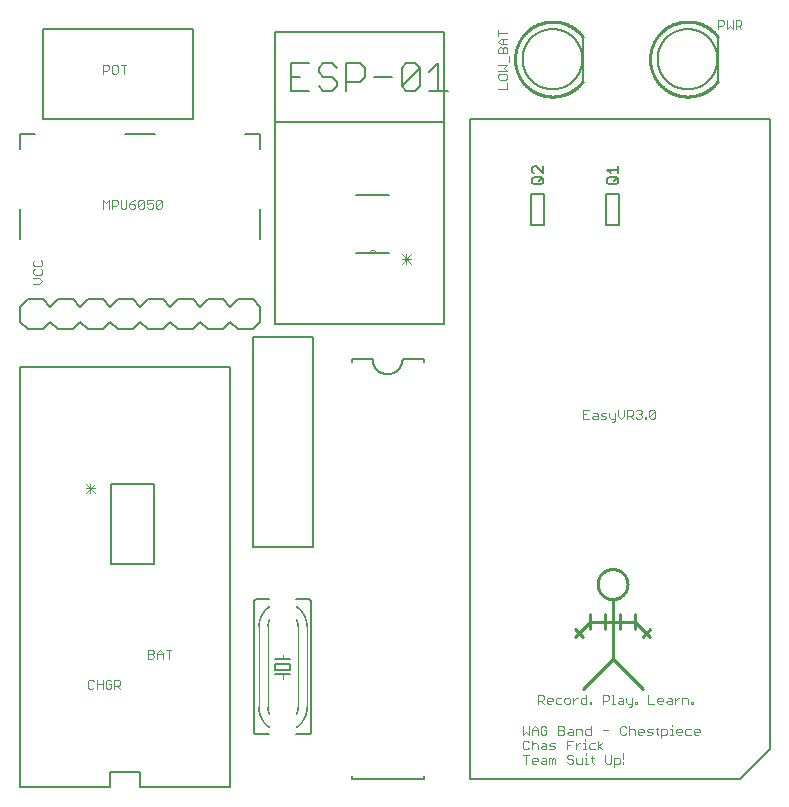
<source format=gto>
G75*
%MOIN*%
%OFA0B0*%
%FSLAX25Y25*%
%IPPOS*%
%LPD*%
%AMOC8*
5,1,8,0,0,1.08239X$1,22.5*
%
%ADD10C,0.00300*%
%ADD11C,0.01000*%
%ADD12C,0.00800*%
%ADD13C,0.00600*%
%ADD14C,0.00500*%
%ADD15C,0.00000*%
%ADD16C,0.00020*%
%ADD17C,0.00200*%
D10*
X0045627Y0084083D02*
X0045143Y0084567D01*
X0045143Y0086502D01*
X0045627Y0086986D01*
X0046594Y0086986D01*
X0047078Y0086502D01*
X0048090Y0086986D02*
X0048090Y0084083D01*
X0047078Y0084567D02*
X0046594Y0084083D01*
X0045627Y0084083D01*
X0048090Y0085534D02*
X0050024Y0085534D01*
X0051036Y0084567D02*
X0051520Y0084083D01*
X0052487Y0084083D01*
X0052971Y0084567D01*
X0052971Y0085534D01*
X0052004Y0085534D01*
X0052971Y0086502D02*
X0052487Y0086986D01*
X0051520Y0086986D01*
X0051036Y0086502D01*
X0051036Y0084567D01*
X0050024Y0084083D02*
X0050024Y0086986D01*
X0053983Y0086986D02*
X0055434Y0086986D01*
X0055918Y0086502D01*
X0055918Y0085534D01*
X0055434Y0085051D01*
X0053983Y0085051D01*
X0054950Y0085051D02*
X0055918Y0084083D01*
X0053983Y0084083D02*
X0053983Y0086986D01*
X0065143Y0094083D02*
X0066594Y0094083D01*
X0067078Y0094567D01*
X0067078Y0095051D01*
X0066594Y0095534D01*
X0065143Y0095534D01*
X0065143Y0094083D02*
X0065143Y0096986D01*
X0066594Y0096986D01*
X0067078Y0096502D01*
X0067078Y0096018D01*
X0066594Y0095534D01*
X0068090Y0095534D02*
X0070024Y0095534D01*
X0070024Y0096018D02*
X0070024Y0094083D01*
X0068090Y0094083D02*
X0068090Y0096018D01*
X0069057Y0096986D01*
X0070024Y0096018D01*
X0071036Y0096986D02*
X0072971Y0096986D01*
X0072004Y0096986D02*
X0072004Y0094083D01*
X0047479Y0149267D02*
X0044343Y0152403D01*
X0044343Y0150835D02*
X0047479Y0150835D01*
X0047479Y0152403D02*
X0044343Y0149267D01*
X0045911Y0149267D02*
X0045911Y0152403D01*
X0028876Y0219083D02*
X0029843Y0220051D01*
X0028876Y0221018D01*
X0026941Y0221018D01*
X0027424Y0222030D02*
X0029359Y0222030D01*
X0029843Y0222513D01*
X0029843Y0223481D01*
X0029359Y0223965D01*
X0029359Y0224976D02*
X0029843Y0225460D01*
X0029843Y0226427D01*
X0029359Y0226911D01*
X0027424Y0226911D02*
X0026941Y0226427D01*
X0026941Y0225460D01*
X0027424Y0224976D01*
X0029359Y0224976D01*
X0027424Y0223965D02*
X0026941Y0223481D01*
X0026941Y0222513D01*
X0027424Y0222030D01*
X0026941Y0219083D02*
X0028876Y0219083D01*
X0050143Y0244083D02*
X0050143Y0246986D01*
X0051110Y0246018D01*
X0052078Y0246986D01*
X0052078Y0244083D01*
X0053090Y0244083D02*
X0053090Y0246986D01*
X0054541Y0246986D01*
X0055024Y0246502D01*
X0055024Y0245534D01*
X0054541Y0245051D01*
X0053090Y0245051D01*
X0056036Y0244567D02*
X0056520Y0244083D01*
X0057487Y0244083D01*
X0057971Y0244567D01*
X0057971Y0246986D01*
X0058983Y0245534D02*
X0060434Y0245534D01*
X0060918Y0245051D01*
X0060918Y0244567D01*
X0060434Y0244083D01*
X0059466Y0244083D01*
X0058983Y0244567D01*
X0058983Y0245534D01*
X0059950Y0246502D01*
X0060918Y0246986D01*
X0061929Y0246502D02*
X0062413Y0246986D01*
X0063380Y0246986D01*
X0063864Y0246502D01*
X0061929Y0244567D01*
X0062413Y0244083D01*
X0063380Y0244083D01*
X0063864Y0244567D01*
X0063864Y0246502D01*
X0064876Y0246986D02*
X0064876Y0245534D01*
X0065843Y0246018D01*
X0066327Y0246018D01*
X0066811Y0245534D01*
X0066811Y0244567D01*
X0066327Y0244083D01*
X0065359Y0244083D01*
X0064876Y0244567D01*
X0064876Y0246986D02*
X0066811Y0246986D01*
X0067822Y0246502D02*
X0068306Y0246986D01*
X0069273Y0246986D01*
X0069757Y0246502D01*
X0067822Y0244567D01*
X0068306Y0244083D01*
X0069273Y0244083D01*
X0069757Y0244567D01*
X0069757Y0246502D01*
X0067822Y0246502D02*
X0067822Y0244567D01*
X0061929Y0244567D02*
X0061929Y0246502D01*
X0056036Y0246986D02*
X0056036Y0244567D01*
X0057004Y0289083D02*
X0057004Y0291986D01*
X0057971Y0291986D02*
X0056036Y0291986D01*
X0055024Y0291502D02*
X0054541Y0291986D01*
X0053573Y0291986D01*
X0053090Y0291502D01*
X0053090Y0289567D01*
X0053573Y0289083D01*
X0054541Y0289083D01*
X0055024Y0289567D01*
X0055024Y0291502D01*
X0052078Y0291502D02*
X0052078Y0290534D01*
X0051594Y0290051D01*
X0050143Y0290051D01*
X0050143Y0289083D02*
X0050143Y0291986D01*
X0051594Y0291986D01*
X0052078Y0291502D01*
X0149707Y0228799D02*
X0152843Y0225663D01*
X0151275Y0225663D02*
X0151275Y0228799D01*
X0152843Y0228799D02*
X0149707Y0225663D01*
X0149707Y0227231D02*
X0152843Y0227231D01*
X0210143Y0176986D02*
X0210143Y0174083D01*
X0212078Y0174083D01*
X0213090Y0174567D02*
X0213573Y0175051D01*
X0215024Y0175051D01*
X0215024Y0175534D02*
X0215024Y0174083D01*
X0213573Y0174083D01*
X0213090Y0174567D01*
X0213573Y0176018D02*
X0214541Y0176018D01*
X0215024Y0175534D01*
X0216036Y0175534D02*
X0216520Y0176018D01*
X0217971Y0176018D01*
X0218983Y0176018D02*
X0218983Y0174567D01*
X0219466Y0174083D01*
X0220918Y0174083D01*
X0220918Y0173599D02*
X0220434Y0173116D01*
X0219950Y0173116D01*
X0220918Y0173599D02*
X0220918Y0176018D01*
X0221929Y0175051D02*
X0222897Y0174083D01*
X0223864Y0175051D01*
X0223864Y0176986D01*
X0224876Y0176986D02*
X0226327Y0176986D01*
X0226811Y0176502D01*
X0226811Y0175534D01*
X0226327Y0175051D01*
X0224876Y0175051D01*
X0225843Y0175051D02*
X0226811Y0174083D01*
X0227822Y0174567D02*
X0228306Y0174083D01*
X0229273Y0174083D01*
X0229757Y0174567D01*
X0229757Y0175051D01*
X0229273Y0175534D01*
X0228790Y0175534D01*
X0229273Y0175534D02*
X0229757Y0176018D01*
X0229757Y0176502D01*
X0229273Y0176986D01*
X0228306Y0176986D01*
X0227822Y0176502D01*
X0224876Y0176986D02*
X0224876Y0174083D01*
X0221929Y0175051D02*
X0221929Y0176986D01*
X0217971Y0174567D02*
X0217487Y0175051D01*
X0216520Y0175051D01*
X0216036Y0175534D01*
X0216036Y0174083D02*
X0217487Y0174083D01*
X0217971Y0174567D01*
X0212078Y0176986D02*
X0210143Y0176986D01*
X0210143Y0175534D02*
X0211110Y0175534D01*
X0230769Y0174567D02*
X0231252Y0174567D01*
X0231252Y0174083D01*
X0230769Y0174083D01*
X0230769Y0174567D01*
X0232242Y0174567D02*
X0234177Y0176502D01*
X0234177Y0174567D01*
X0233693Y0174083D01*
X0232726Y0174083D01*
X0232242Y0174567D01*
X0232242Y0176502D01*
X0232726Y0176986D01*
X0233693Y0176986D01*
X0234177Y0176502D01*
X0231974Y0081986D02*
X0231974Y0079083D01*
X0233909Y0079083D01*
X0234921Y0079567D02*
X0234921Y0080534D01*
X0235405Y0081018D01*
X0236372Y0081018D01*
X0236856Y0080534D01*
X0236856Y0080051D01*
X0234921Y0080051D01*
X0234921Y0079567D02*
X0235405Y0079083D01*
X0236372Y0079083D01*
X0237867Y0079567D02*
X0238351Y0080051D01*
X0239802Y0080051D01*
X0239802Y0080534D02*
X0239802Y0079083D01*
X0238351Y0079083D01*
X0237867Y0079567D01*
X0238351Y0081018D02*
X0239319Y0081018D01*
X0239802Y0080534D01*
X0240814Y0080051D02*
X0241781Y0081018D01*
X0242265Y0081018D01*
X0243269Y0081018D02*
X0244721Y0081018D01*
X0245204Y0080534D01*
X0245204Y0079083D01*
X0246216Y0079083D02*
X0246700Y0079083D01*
X0246700Y0079567D01*
X0246216Y0079567D01*
X0246216Y0079083D01*
X0243269Y0079083D02*
X0243269Y0081018D01*
X0240814Y0081018D02*
X0240814Y0079083D01*
X0239735Y0072069D02*
X0239735Y0071586D01*
X0239735Y0070618D02*
X0239735Y0068683D01*
X0239252Y0068683D02*
X0240219Y0068683D01*
X0241216Y0069167D02*
X0241700Y0068683D01*
X0242667Y0068683D01*
X0243151Y0069651D02*
X0241216Y0069651D01*
X0241216Y0070134D02*
X0241700Y0070618D01*
X0242667Y0070618D01*
X0243151Y0070134D01*
X0243151Y0069651D01*
X0244162Y0070134D02*
X0244162Y0069167D01*
X0244646Y0068683D01*
X0246097Y0068683D01*
X0247109Y0069167D02*
X0247109Y0070134D01*
X0247593Y0070618D01*
X0248560Y0070618D01*
X0249044Y0070134D01*
X0249044Y0069651D01*
X0247109Y0069651D01*
X0247109Y0069167D02*
X0247593Y0068683D01*
X0248560Y0068683D01*
X0246097Y0070618D02*
X0244646Y0070618D01*
X0244162Y0070134D01*
X0241216Y0070134D02*
X0241216Y0069167D01*
X0239735Y0070618D02*
X0239252Y0070618D01*
X0238240Y0070134D02*
X0238240Y0069167D01*
X0237756Y0068683D01*
X0236305Y0068683D01*
X0236305Y0067716D02*
X0236305Y0070618D01*
X0237756Y0070618D01*
X0238240Y0070134D01*
X0235308Y0070618D02*
X0234341Y0070618D01*
X0234825Y0071102D02*
X0234825Y0069167D01*
X0235308Y0068683D01*
X0233329Y0069167D02*
X0232845Y0069651D01*
X0231878Y0069651D01*
X0231394Y0070134D01*
X0231878Y0070618D01*
X0233329Y0070618D01*
X0233329Y0069167D02*
X0232845Y0068683D01*
X0231394Y0068683D01*
X0230383Y0069651D02*
X0228448Y0069651D01*
X0228448Y0070134D02*
X0228931Y0070618D01*
X0229899Y0070618D01*
X0230383Y0070134D01*
X0230383Y0069651D01*
X0229899Y0068683D02*
X0228931Y0068683D01*
X0228448Y0069167D01*
X0228448Y0070134D01*
X0227436Y0070134D02*
X0227436Y0068683D01*
X0227436Y0070134D02*
X0226952Y0070618D01*
X0225985Y0070618D01*
X0225501Y0070134D01*
X0224490Y0069167D02*
X0224006Y0068683D01*
X0223038Y0068683D01*
X0222555Y0069167D01*
X0222555Y0071102D01*
X0223038Y0071586D01*
X0224006Y0071586D01*
X0224490Y0071102D01*
X0225501Y0071586D02*
X0225501Y0068683D01*
X0223537Y0062469D02*
X0223537Y0060534D01*
X0223537Y0059567D02*
X0223537Y0059083D01*
X0222525Y0059567D02*
X0222042Y0059083D01*
X0220590Y0059083D01*
X0220590Y0058116D02*
X0220590Y0061018D01*
X0222042Y0061018D01*
X0222525Y0060534D01*
X0222525Y0059567D01*
X0219579Y0059567D02*
X0219579Y0061986D01*
X0217644Y0061986D02*
X0217644Y0059567D01*
X0218128Y0059083D01*
X0219095Y0059083D01*
X0219579Y0059567D01*
X0216640Y0063883D02*
X0215188Y0064851D01*
X0216640Y0065818D01*
X0215188Y0066786D02*
X0215188Y0063883D01*
X0214177Y0063883D02*
X0212726Y0063883D01*
X0212242Y0064367D01*
X0212242Y0065334D01*
X0212726Y0065818D01*
X0214177Y0065818D01*
X0212704Y0068683D02*
X0212704Y0071586D01*
X0212704Y0070618D02*
X0211252Y0070618D01*
X0210769Y0070134D01*
X0210769Y0069167D01*
X0211252Y0068683D01*
X0212704Y0068683D01*
X0210761Y0067269D02*
X0210761Y0066786D01*
X0210761Y0065818D02*
X0210761Y0063883D01*
X0210278Y0063883D02*
X0211245Y0063883D01*
X0211252Y0062469D02*
X0211252Y0061986D01*
X0211252Y0061018D02*
X0211252Y0059083D01*
X0210769Y0059083D02*
X0211736Y0059083D01*
X0213217Y0059567D02*
X0213700Y0059083D01*
X0213217Y0059567D02*
X0213217Y0061502D01*
X0213700Y0061018D02*
X0212733Y0061018D01*
X0211252Y0061018D02*
X0210769Y0061018D01*
X0209757Y0061018D02*
X0209757Y0059083D01*
X0208306Y0059083D01*
X0207822Y0059567D01*
X0207822Y0061018D01*
X0206811Y0061502D02*
X0206327Y0061986D01*
X0205359Y0061986D01*
X0204876Y0061502D01*
X0204876Y0061018D01*
X0205359Y0060534D01*
X0206327Y0060534D01*
X0206811Y0060051D01*
X0206811Y0059567D01*
X0206327Y0059083D01*
X0205359Y0059083D01*
X0204876Y0059567D01*
X0200918Y0059083D02*
X0200918Y0060534D01*
X0200434Y0061018D01*
X0199950Y0060534D01*
X0199950Y0059083D01*
X0198983Y0059083D02*
X0198983Y0061018D01*
X0199466Y0061018D01*
X0199950Y0060534D01*
X0197971Y0060534D02*
X0197971Y0059083D01*
X0196520Y0059083D01*
X0196036Y0059567D01*
X0196520Y0060051D01*
X0197971Y0060051D01*
X0197971Y0060534D02*
X0197487Y0061018D01*
X0196520Y0061018D01*
X0195024Y0060534D02*
X0195024Y0060051D01*
X0193090Y0060051D01*
X0193090Y0060534D02*
X0193573Y0061018D01*
X0194541Y0061018D01*
X0195024Y0060534D01*
X0194541Y0059083D02*
X0193573Y0059083D01*
X0193090Y0059567D01*
X0193090Y0060534D01*
X0192078Y0061986D02*
X0190143Y0061986D01*
X0191110Y0061986D02*
X0191110Y0059083D01*
X0190627Y0063883D02*
X0191594Y0063883D01*
X0192078Y0064367D01*
X0193090Y0063883D02*
X0193090Y0066786D01*
X0193573Y0065818D02*
X0194541Y0065818D01*
X0195024Y0065334D01*
X0195024Y0063883D01*
X0196036Y0064367D02*
X0196520Y0063883D01*
X0197971Y0063883D01*
X0197971Y0065334D01*
X0197487Y0065818D01*
X0196520Y0065818D01*
X0196520Y0064851D02*
X0197971Y0064851D01*
X0198983Y0065334D02*
X0199466Y0065818D01*
X0200918Y0065818D01*
X0200434Y0064851D02*
X0199466Y0064851D01*
X0198983Y0065334D01*
X0198983Y0063883D02*
X0200434Y0063883D01*
X0200918Y0064367D01*
X0200434Y0064851D01*
X0196520Y0064851D02*
X0196036Y0064367D01*
X0193573Y0065818D02*
X0193090Y0065334D01*
X0192078Y0066302D02*
X0191594Y0066786D01*
X0190627Y0066786D01*
X0190143Y0066302D01*
X0190143Y0064367D01*
X0190627Y0063883D01*
X0190143Y0068683D02*
X0191110Y0069651D01*
X0192078Y0068683D01*
X0192078Y0071586D01*
X0193090Y0070618D02*
X0194057Y0071586D01*
X0195024Y0070618D01*
X0195024Y0068683D01*
X0196036Y0069167D02*
X0196520Y0068683D01*
X0197487Y0068683D01*
X0197971Y0069167D01*
X0197971Y0070134D01*
X0197004Y0070134D01*
X0197971Y0071102D02*
X0197487Y0071586D01*
X0196520Y0071586D01*
X0196036Y0071102D01*
X0196036Y0069167D01*
X0195024Y0070134D02*
X0193090Y0070134D01*
X0193090Y0070618D02*
X0193090Y0068683D01*
X0190143Y0068683D02*
X0190143Y0071586D01*
X0195143Y0079083D02*
X0195143Y0081986D01*
X0196594Y0081986D01*
X0197078Y0081502D01*
X0197078Y0080534D01*
X0196594Y0080051D01*
X0195143Y0080051D01*
X0196110Y0080051D02*
X0197078Y0079083D01*
X0198090Y0079567D02*
X0198090Y0080534D01*
X0198573Y0081018D01*
X0199541Y0081018D01*
X0200024Y0080534D01*
X0200024Y0080051D01*
X0198090Y0080051D01*
X0198090Y0079567D02*
X0198573Y0079083D01*
X0199541Y0079083D01*
X0201036Y0079567D02*
X0201520Y0079083D01*
X0202971Y0079083D01*
X0203983Y0079567D02*
X0204466Y0079083D01*
X0205434Y0079083D01*
X0205918Y0079567D01*
X0205918Y0080534D01*
X0205434Y0081018D01*
X0204466Y0081018D01*
X0203983Y0080534D01*
X0203983Y0079567D01*
X0202971Y0081018D02*
X0201520Y0081018D01*
X0201036Y0080534D01*
X0201036Y0079567D01*
X0206929Y0080051D02*
X0207897Y0081018D01*
X0208380Y0081018D01*
X0209384Y0080534D02*
X0209868Y0081018D01*
X0211319Y0081018D01*
X0211319Y0081986D02*
X0211319Y0079083D01*
X0209868Y0079083D01*
X0209384Y0079567D01*
X0209384Y0080534D01*
X0206929Y0081018D02*
X0206929Y0079083D01*
X0212331Y0079083D02*
X0212815Y0079083D01*
X0212815Y0079567D01*
X0212331Y0079567D01*
X0212331Y0079083D01*
X0216751Y0079083D02*
X0216751Y0081986D01*
X0218202Y0081986D01*
X0218686Y0081502D01*
X0218686Y0080534D01*
X0218202Y0080051D01*
X0216751Y0080051D01*
X0219697Y0079083D02*
X0220665Y0079083D01*
X0220181Y0079083D02*
X0220181Y0081986D01*
X0219697Y0081986D01*
X0222145Y0081018D02*
X0223113Y0081018D01*
X0223597Y0080534D01*
X0223597Y0079083D01*
X0222145Y0079083D01*
X0221662Y0079567D01*
X0222145Y0080051D01*
X0223597Y0080051D01*
X0224608Y0079567D02*
X0225092Y0079083D01*
X0226543Y0079083D01*
X0226543Y0078599D02*
X0226543Y0081018D01*
X0227555Y0079567D02*
X0228038Y0079567D01*
X0228038Y0079083D01*
X0227555Y0079083D01*
X0227555Y0079567D01*
X0226543Y0078599D02*
X0226059Y0078116D01*
X0225576Y0078116D01*
X0224608Y0079567D02*
X0224608Y0081018D01*
X0218597Y0070134D02*
X0216662Y0070134D01*
X0209757Y0070134D02*
X0209757Y0068683D01*
X0209757Y0070134D02*
X0209273Y0070618D01*
X0207822Y0070618D01*
X0207822Y0068683D01*
X0206811Y0068683D02*
X0206811Y0070134D01*
X0206327Y0070618D01*
X0205359Y0070618D01*
X0205359Y0069651D02*
X0206811Y0069651D01*
X0206811Y0068683D02*
X0205359Y0068683D01*
X0204876Y0069167D01*
X0205359Y0069651D01*
X0203864Y0069651D02*
X0203864Y0069167D01*
X0203380Y0068683D01*
X0201929Y0068683D01*
X0201929Y0071586D01*
X0203380Y0071586D01*
X0203864Y0071102D01*
X0203864Y0070618D01*
X0203380Y0070134D01*
X0201929Y0070134D01*
X0203380Y0070134D02*
X0203864Y0069651D01*
X0204876Y0066786D02*
X0206811Y0066786D01*
X0207822Y0065818D02*
X0207822Y0063883D01*
X0207822Y0064851D02*
X0208790Y0065818D01*
X0209273Y0065818D01*
X0210278Y0065818D02*
X0210761Y0065818D01*
X0205843Y0065334D02*
X0204876Y0065334D01*
X0204876Y0063883D02*
X0204876Y0066786D01*
X0184843Y0284083D02*
X0184843Y0286018D01*
X0184359Y0287030D02*
X0184843Y0287513D01*
X0184843Y0288481D01*
X0184359Y0288965D01*
X0182424Y0288965D01*
X0181941Y0288481D01*
X0181941Y0287513D01*
X0182424Y0287030D01*
X0184359Y0287030D01*
X0184843Y0289976D02*
X0183876Y0290944D01*
X0184843Y0291911D01*
X0181941Y0291911D01*
X0181941Y0289976D02*
X0184843Y0289976D01*
X0185327Y0292923D02*
X0185327Y0294858D01*
X0184843Y0295869D02*
X0184843Y0297320D01*
X0184359Y0297804D01*
X0183876Y0297804D01*
X0183392Y0297320D01*
X0183392Y0295869D01*
X0184843Y0295869D02*
X0181941Y0295869D01*
X0181941Y0297320D01*
X0182424Y0297804D01*
X0182908Y0297804D01*
X0183392Y0297320D01*
X0183392Y0298816D02*
X0183392Y0300751D01*
X0182908Y0300751D02*
X0184843Y0300751D01*
X0182908Y0300751D02*
X0181941Y0299783D01*
X0182908Y0298816D01*
X0184843Y0298816D01*
X0184843Y0302730D02*
X0181941Y0302730D01*
X0181941Y0303697D02*
X0181941Y0301762D01*
X0181941Y0284083D02*
X0184843Y0284083D01*
X0255143Y0304083D02*
X0255143Y0306986D01*
X0256594Y0306986D01*
X0257078Y0306502D01*
X0257078Y0305534D01*
X0256594Y0305051D01*
X0255143Y0305051D01*
X0258090Y0304083D02*
X0259057Y0305051D01*
X0260024Y0304083D01*
X0260024Y0306986D01*
X0261036Y0306986D02*
X0262487Y0306986D01*
X0262971Y0306502D01*
X0262971Y0305534D01*
X0262487Y0305051D01*
X0261036Y0305051D01*
X0262004Y0305051D02*
X0262971Y0304083D01*
X0261036Y0304083D02*
X0261036Y0306986D01*
X0258090Y0306986D02*
X0258090Y0304083D01*
D11*
X0254993Y0301433D02*
X0254806Y0301676D01*
X0254614Y0301914D01*
X0254415Y0302147D01*
X0254211Y0302375D01*
X0254002Y0302598D01*
X0253787Y0302816D01*
X0253567Y0303029D01*
X0253342Y0303236D01*
X0253111Y0303438D01*
X0252876Y0303634D01*
X0252636Y0303824D01*
X0252392Y0304008D01*
X0252143Y0304186D01*
X0251889Y0304358D01*
X0251632Y0304524D01*
X0251371Y0304684D01*
X0251106Y0304837D01*
X0250837Y0304983D01*
X0250564Y0305123D01*
X0250289Y0305256D01*
X0250010Y0305382D01*
X0249728Y0305502D01*
X0249443Y0305614D01*
X0249156Y0305719D01*
X0248866Y0305818D01*
X0248574Y0305909D01*
X0248279Y0305993D01*
X0247983Y0306070D01*
X0247685Y0306140D01*
X0247385Y0306202D01*
X0247084Y0306257D01*
X0246782Y0306304D01*
X0246478Y0306344D01*
X0246174Y0306377D01*
X0245869Y0306402D01*
X0245563Y0306420D01*
X0245257Y0306430D01*
X0244951Y0306433D01*
X0244645Y0306428D01*
X0244339Y0306416D01*
X0244033Y0306396D01*
X0243729Y0306369D01*
X0243424Y0306334D01*
X0243121Y0306292D01*
X0242819Y0306243D01*
X0242518Y0306186D01*
X0242219Y0306121D01*
X0241921Y0306050D01*
X0241626Y0305971D01*
X0241332Y0305885D01*
X0241040Y0305792D01*
X0240751Y0305691D01*
X0240464Y0305584D01*
X0240180Y0305469D01*
X0239899Y0305348D01*
X0239621Y0305220D01*
X0239346Y0305085D01*
X0239075Y0304943D01*
X0238807Y0304795D01*
X0238543Y0304640D01*
X0238283Y0304479D01*
X0238027Y0304312D01*
X0237774Y0304138D01*
X0237527Y0303958D01*
X0237283Y0303772D01*
X0237045Y0303581D01*
X0236811Y0303383D01*
X0236582Y0303180D01*
X0236358Y0302971D01*
X0236139Y0302757D01*
X0235926Y0302537D01*
X0235718Y0302313D01*
X0235515Y0302083D01*
X0235319Y0301849D01*
X0235128Y0301609D01*
X0234943Y0301366D01*
X0234764Y0301117D01*
X0234591Y0300865D01*
X0234424Y0300608D01*
X0234264Y0300347D01*
X0234110Y0300082D01*
X0233963Y0299814D01*
X0233822Y0299542D01*
X0233688Y0299267D01*
X0233561Y0298988D01*
X0233440Y0298707D01*
X0233327Y0298422D01*
X0233221Y0298135D01*
X0233121Y0297846D01*
X0233029Y0297554D01*
X0232944Y0297260D01*
X0232866Y0296964D01*
X0232795Y0296666D01*
X0232732Y0296366D01*
X0232676Y0296065D01*
X0232628Y0295763D01*
X0232587Y0295460D01*
X0232553Y0295156D01*
X0232527Y0294851D01*
X0232508Y0294545D01*
X0232497Y0294239D01*
X0232493Y0293933D01*
X0232497Y0293627D01*
X0232508Y0293321D01*
X0232527Y0293015D01*
X0232553Y0292710D01*
X0232587Y0292406D01*
X0232628Y0292103D01*
X0232676Y0291801D01*
X0232732Y0291500D01*
X0232795Y0291200D01*
X0232866Y0290902D01*
X0232944Y0290606D01*
X0233029Y0290312D01*
X0233121Y0290020D01*
X0233221Y0289731D01*
X0233327Y0289444D01*
X0233440Y0289159D01*
X0233561Y0288878D01*
X0233688Y0288599D01*
X0233822Y0288324D01*
X0233963Y0288052D01*
X0234110Y0287784D01*
X0234264Y0287519D01*
X0234424Y0287258D01*
X0234591Y0287001D01*
X0234764Y0286749D01*
X0234943Y0286500D01*
X0235128Y0286257D01*
X0235319Y0286017D01*
X0235515Y0285783D01*
X0235718Y0285553D01*
X0235926Y0285329D01*
X0236139Y0285109D01*
X0236358Y0284895D01*
X0236582Y0284686D01*
X0236811Y0284483D01*
X0237045Y0284285D01*
X0237283Y0284094D01*
X0237527Y0283908D01*
X0237774Y0283728D01*
X0238027Y0283554D01*
X0238283Y0283387D01*
X0238543Y0283226D01*
X0238807Y0283071D01*
X0239075Y0282923D01*
X0239346Y0282781D01*
X0239621Y0282646D01*
X0239899Y0282518D01*
X0240180Y0282397D01*
X0240464Y0282282D01*
X0240751Y0282175D01*
X0241040Y0282074D01*
X0241332Y0281981D01*
X0241626Y0281895D01*
X0241921Y0281816D01*
X0242219Y0281745D01*
X0242518Y0281680D01*
X0242819Y0281623D01*
X0243121Y0281574D01*
X0243424Y0281532D01*
X0243729Y0281497D01*
X0244033Y0281470D01*
X0244339Y0281450D01*
X0244645Y0281438D01*
X0244951Y0281433D01*
X0245257Y0281436D01*
X0245563Y0281446D01*
X0245869Y0281464D01*
X0246174Y0281489D01*
X0246478Y0281522D01*
X0246782Y0281562D01*
X0247084Y0281609D01*
X0247385Y0281664D01*
X0247685Y0281726D01*
X0247983Y0281796D01*
X0248279Y0281873D01*
X0248574Y0281957D01*
X0248866Y0282048D01*
X0249156Y0282147D01*
X0249443Y0282252D01*
X0249728Y0282364D01*
X0250010Y0282484D01*
X0250289Y0282610D01*
X0250564Y0282743D01*
X0250837Y0282883D01*
X0251106Y0283029D01*
X0251371Y0283182D01*
X0251632Y0283342D01*
X0251889Y0283508D01*
X0252143Y0283680D01*
X0252392Y0283858D01*
X0252636Y0284042D01*
X0252876Y0284232D01*
X0253111Y0284428D01*
X0253342Y0284630D01*
X0253567Y0284837D01*
X0253787Y0285050D01*
X0254002Y0285268D01*
X0254211Y0285491D01*
X0254415Y0285719D01*
X0254614Y0285952D01*
X0254806Y0286190D01*
X0254993Y0286433D01*
X0209993Y0286433D02*
X0209806Y0286190D01*
X0209614Y0285952D01*
X0209415Y0285719D01*
X0209211Y0285491D01*
X0209002Y0285268D01*
X0208787Y0285050D01*
X0208567Y0284837D01*
X0208342Y0284630D01*
X0208111Y0284428D01*
X0207876Y0284232D01*
X0207636Y0284042D01*
X0207392Y0283858D01*
X0207143Y0283680D01*
X0206889Y0283508D01*
X0206632Y0283342D01*
X0206371Y0283182D01*
X0206106Y0283029D01*
X0205837Y0282883D01*
X0205564Y0282743D01*
X0205289Y0282610D01*
X0205010Y0282484D01*
X0204728Y0282364D01*
X0204443Y0282252D01*
X0204156Y0282147D01*
X0203866Y0282048D01*
X0203574Y0281957D01*
X0203279Y0281873D01*
X0202983Y0281796D01*
X0202685Y0281726D01*
X0202385Y0281664D01*
X0202084Y0281609D01*
X0201782Y0281562D01*
X0201478Y0281522D01*
X0201174Y0281489D01*
X0200869Y0281464D01*
X0200563Y0281446D01*
X0200257Y0281436D01*
X0199951Y0281433D01*
X0199645Y0281438D01*
X0199339Y0281450D01*
X0199033Y0281470D01*
X0198729Y0281497D01*
X0198424Y0281532D01*
X0198121Y0281574D01*
X0197819Y0281623D01*
X0197518Y0281680D01*
X0197219Y0281745D01*
X0196921Y0281816D01*
X0196626Y0281895D01*
X0196332Y0281981D01*
X0196040Y0282074D01*
X0195751Y0282175D01*
X0195464Y0282282D01*
X0195180Y0282397D01*
X0194899Y0282518D01*
X0194621Y0282646D01*
X0194346Y0282781D01*
X0194075Y0282923D01*
X0193807Y0283071D01*
X0193543Y0283226D01*
X0193283Y0283387D01*
X0193027Y0283554D01*
X0192774Y0283728D01*
X0192527Y0283908D01*
X0192283Y0284094D01*
X0192045Y0284285D01*
X0191811Y0284483D01*
X0191582Y0284686D01*
X0191358Y0284895D01*
X0191139Y0285109D01*
X0190926Y0285329D01*
X0190718Y0285553D01*
X0190515Y0285783D01*
X0190319Y0286017D01*
X0190128Y0286257D01*
X0189943Y0286500D01*
X0189764Y0286749D01*
X0189591Y0287001D01*
X0189424Y0287258D01*
X0189264Y0287519D01*
X0189110Y0287784D01*
X0188963Y0288052D01*
X0188822Y0288324D01*
X0188688Y0288599D01*
X0188561Y0288878D01*
X0188440Y0289159D01*
X0188327Y0289444D01*
X0188221Y0289731D01*
X0188121Y0290020D01*
X0188029Y0290312D01*
X0187944Y0290606D01*
X0187866Y0290902D01*
X0187795Y0291200D01*
X0187732Y0291500D01*
X0187676Y0291801D01*
X0187628Y0292103D01*
X0187587Y0292406D01*
X0187553Y0292710D01*
X0187527Y0293015D01*
X0187508Y0293321D01*
X0187497Y0293627D01*
X0187493Y0293933D01*
X0187497Y0294239D01*
X0187508Y0294545D01*
X0187527Y0294851D01*
X0187553Y0295156D01*
X0187587Y0295460D01*
X0187628Y0295763D01*
X0187676Y0296065D01*
X0187732Y0296366D01*
X0187795Y0296666D01*
X0187866Y0296964D01*
X0187944Y0297260D01*
X0188029Y0297554D01*
X0188121Y0297846D01*
X0188221Y0298135D01*
X0188327Y0298422D01*
X0188440Y0298707D01*
X0188561Y0298988D01*
X0188688Y0299267D01*
X0188822Y0299542D01*
X0188963Y0299814D01*
X0189110Y0300082D01*
X0189264Y0300347D01*
X0189424Y0300608D01*
X0189591Y0300865D01*
X0189764Y0301117D01*
X0189943Y0301366D01*
X0190128Y0301609D01*
X0190319Y0301849D01*
X0190515Y0302083D01*
X0190718Y0302313D01*
X0190926Y0302537D01*
X0191139Y0302757D01*
X0191358Y0302971D01*
X0191582Y0303180D01*
X0191811Y0303383D01*
X0192045Y0303581D01*
X0192283Y0303772D01*
X0192527Y0303958D01*
X0192774Y0304138D01*
X0193027Y0304312D01*
X0193283Y0304479D01*
X0193543Y0304640D01*
X0193807Y0304795D01*
X0194075Y0304943D01*
X0194346Y0305085D01*
X0194621Y0305220D01*
X0194899Y0305348D01*
X0195180Y0305469D01*
X0195464Y0305584D01*
X0195751Y0305691D01*
X0196040Y0305792D01*
X0196332Y0305885D01*
X0196626Y0305971D01*
X0196921Y0306050D01*
X0197219Y0306121D01*
X0197518Y0306186D01*
X0197819Y0306243D01*
X0198121Y0306292D01*
X0198424Y0306334D01*
X0198729Y0306369D01*
X0199033Y0306396D01*
X0199339Y0306416D01*
X0199645Y0306428D01*
X0199951Y0306433D01*
X0200257Y0306430D01*
X0200563Y0306420D01*
X0200869Y0306402D01*
X0201174Y0306377D01*
X0201478Y0306344D01*
X0201782Y0306304D01*
X0202084Y0306257D01*
X0202385Y0306202D01*
X0202685Y0306140D01*
X0202983Y0306070D01*
X0203279Y0305993D01*
X0203574Y0305909D01*
X0203866Y0305818D01*
X0204156Y0305719D01*
X0204443Y0305614D01*
X0204728Y0305502D01*
X0205010Y0305382D01*
X0205289Y0305256D01*
X0205564Y0305123D01*
X0205837Y0304983D01*
X0206106Y0304837D01*
X0206371Y0304684D01*
X0206632Y0304524D01*
X0206889Y0304358D01*
X0207143Y0304186D01*
X0207392Y0304008D01*
X0207636Y0303824D01*
X0207876Y0303634D01*
X0208111Y0303438D01*
X0208342Y0303236D01*
X0208567Y0303029D01*
X0208787Y0302816D01*
X0209002Y0302598D01*
X0209211Y0302375D01*
X0209415Y0302147D01*
X0209614Y0301914D01*
X0209806Y0301676D01*
X0209993Y0301433D01*
X0214993Y0118933D02*
X0214995Y0119074D01*
X0215001Y0119215D01*
X0215011Y0119355D01*
X0215025Y0119495D01*
X0215043Y0119635D01*
X0215064Y0119774D01*
X0215090Y0119913D01*
X0215119Y0120051D01*
X0215153Y0120187D01*
X0215190Y0120323D01*
X0215231Y0120458D01*
X0215276Y0120592D01*
X0215325Y0120724D01*
X0215377Y0120855D01*
X0215433Y0120984D01*
X0215493Y0121111D01*
X0215556Y0121237D01*
X0215622Y0121361D01*
X0215693Y0121484D01*
X0215766Y0121604D01*
X0215843Y0121722D01*
X0215923Y0121838D01*
X0216007Y0121951D01*
X0216093Y0122062D01*
X0216183Y0122171D01*
X0216276Y0122277D01*
X0216371Y0122380D01*
X0216470Y0122481D01*
X0216571Y0122579D01*
X0216675Y0122674D01*
X0216782Y0122766D01*
X0216891Y0122855D01*
X0217003Y0122940D01*
X0217117Y0123023D01*
X0217233Y0123103D01*
X0217352Y0123179D01*
X0217473Y0123251D01*
X0217595Y0123321D01*
X0217720Y0123386D01*
X0217846Y0123449D01*
X0217974Y0123507D01*
X0218104Y0123562D01*
X0218235Y0123614D01*
X0218368Y0123661D01*
X0218502Y0123705D01*
X0218637Y0123746D01*
X0218773Y0123782D01*
X0218910Y0123814D01*
X0219048Y0123843D01*
X0219186Y0123868D01*
X0219326Y0123888D01*
X0219466Y0123905D01*
X0219606Y0123918D01*
X0219747Y0123927D01*
X0219887Y0123932D01*
X0220028Y0123933D01*
X0220169Y0123930D01*
X0220310Y0123923D01*
X0220450Y0123912D01*
X0220590Y0123897D01*
X0220730Y0123878D01*
X0220869Y0123856D01*
X0221007Y0123829D01*
X0221145Y0123799D01*
X0221281Y0123764D01*
X0221417Y0123726D01*
X0221551Y0123684D01*
X0221685Y0123638D01*
X0221817Y0123589D01*
X0221947Y0123535D01*
X0222076Y0123478D01*
X0222203Y0123418D01*
X0222329Y0123354D01*
X0222452Y0123286D01*
X0222574Y0123215D01*
X0222694Y0123141D01*
X0222811Y0123063D01*
X0222926Y0122982D01*
X0223039Y0122898D01*
X0223150Y0122811D01*
X0223258Y0122720D01*
X0223363Y0122627D01*
X0223466Y0122530D01*
X0223566Y0122431D01*
X0223663Y0122329D01*
X0223757Y0122224D01*
X0223848Y0122117D01*
X0223936Y0122007D01*
X0224021Y0121895D01*
X0224103Y0121780D01*
X0224182Y0121663D01*
X0224257Y0121544D01*
X0224329Y0121423D01*
X0224397Y0121300D01*
X0224462Y0121175D01*
X0224524Y0121048D01*
X0224581Y0120919D01*
X0224636Y0120789D01*
X0224686Y0120658D01*
X0224733Y0120525D01*
X0224776Y0120391D01*
X0224815Y0120255D01*
X0224850Y0120119D01*
X0224882Y0119982D01*
X0224909Y0119844D01*
X0224933Y0119705D01*
X0224953Y0119565D01*
X0224969Y0119425D01*
X0224981Y0119285D01*
X0224989Y0119144D01*
X0224993Y0119003D01*
X0224993Y0118863D01*
X0224989Y0118722D01*
X0224981Y0118581D01*
X0224969Y0118441D01*
X0224953Y0118301D01*
X0224933Y0118161D01*
X0224909Y0118022D01*
X0224882Y0117884D01*
X0224850Y0117747D01*
X0224815Y0117611D01*
X0224776Y0117475D01*
X0224733Y0117341D01*
X0224686Y0117208D01*
X0224636Y0117077D01*
X0224581Y0116947D01*
X0224524Y0116818D01*
X0224462Y0116691D01*
X0224397Y0116566D01*
X0224329Y0116443D01*
X0224257Y0116322D01*
X0224182Y0116203D01*
X0224103Y0116086D01*
X0224021Y0115971D01*
X0223936Y0115859D01*
X0223848Y0115749D01*
X0223757Y0115642D01*
X0223663Y0115537D01*
X0223566Y0115435D01*
X0223466Y0115336D01*
X0223363Y0115239D01*
X0223258Y0115146D01*
X0223150Y0115055D01*
X0223039Y0114968D01*
X0222926Y0114884D01*
X0222811Y0114803D01*
X0222694Y0114725D01*
X0222574Y0114651D01*
X0222452Y0114580D01*
X0222329Y0114512D01*
X0222203Y0114448D01*
X0222076Y0114388D01*
X0221947Y0114331D01*
X0221817Y0114277D01*
X0221685Y0114228D01*
X0221551Y0114182D01*
X0221417Y0114140D01*
X0221281Y0114102D01*
X0221145Y0114067D01*
X0221007Y0114037D01*
X0220869Y0114010D01*
X0220730Y0113988D01*
X0220590Y0113969D01*
X0220450Y0113954D01*
X0220310Y0113943D01*
X0220169Y0113936D01*
X0220028Y0113933D01*
X0219887Y0113934D01*
X0219747Y0113939D01*
X0219606Y0113948D01*
X0219466Y0113961D01*
X0219326Y0113978D01*
X0219186Y0113998D01*
X0219048Y0114023D01*
X0218910Y0114052D01*
X0218773Y0114084D01*
X0218637Y0114120D01*
X0218502Y0114161D01*
X0218368Y0114205D01*
X0218235Y0114252D01*
X0218104Y0114304D01*
X0217974Y0114359D01*
X0217846Y0114417D01*
X0217720Y0114480D01*
X0217595Y0114545D01*
X0217473Y0114615D01*
X0217352Y0114687D01*
X0217233Y0114763D01*
X0217117Y0114843D01*
X0217003Y0114926D01*
X0216891Y0115011D01*
X0216782Y0115100D01*
X0216675Y0115192D01*
X0216571Y0115287D01*
X0216470Y0115385D01*
X0216371Y0115486D01*
X0216276Y0115589D01*
X0216183Y0115695D01*
X0216093Y0115804D01*
X0216007Y0115915D01*
X0215923Y0116028D01*
X0215843Y0116144D01*
X0215766Y0116262D01*
X0215693Y0116382D01*
X0215622Y0116505D01*
X0215556Y0116629D01*
X0215493Y0116755D01*
X0215433Y0116882D01*
X0215377Y0117011D01*
X0215325Y0117142D01*
X0215276Y0117274D01*
X0215231Y0117408D01*
X0215190Y0117543D01*
X0215153Y0117679D01*
X0215119Y0117815D01*
X0215090Y0117953D01*
X0215064Y0118092D01*
X0215043Y0118231D01*
X0215025Y0118371D01*
X0215011Y0118511D01*
X0215001Y0118651D01*
X0214995Y0118792D01*
X0214993Y0118933D01*
X0219993Y0113933D02*
X0219993Y0093933D01*
X0229993Y0083933D01*
X0219993Y0093933D02*
X0209993Y0083933D01*
X0209993Y0101433D02*
X0207493Y0103933D01*
X0207493Y0101433D02*
X0212493Y0106433D01*
X0227493Y0106433D01*
X0232493Y0101433D01*
X0229993Y0101433D02*
X0232493Y0103933D01*
X0227493Y0103933D02*
X0227493Y0108933D01*
X0222493Y0108933D02*
X0222493Y0103933D01*
X0217493Y0103933D02*
X0217493Y0108933D01*
X0212493Y0108933D02*
X0212493Y0103933D01*
D12*
X0022493Y0051433D02*
X0022493Y0191433D01*
X0092493Y0191433D01*
X0092493Y0051433D01*
X0062493Y0051433D01*
X0062493Y0056433D01*
X0052493Y0056433D01*
X0052493Y0051433D01*
X0022493Y0051433D01*
X0132993Y0053933D02*
X0132993Y0054933D01*
X0132993Y0053933D02*
X0156993Y0053933D01*
X0156993Y0054933D01*
X0156993Y0192933D02*
X0156993Y0193933D01*
X0149993Y0193933D01*
X0149991Y0193793D01*
X0149985Y0193653D01*
X0149975Y0193513D01*
X0149962Y0193373D01*
X0149944Y0193234D01*
X0149922Y0193095D01*
X0149897Y0192958D01*
X0149868Y0192820D01*
X0149835Y0192684D01*
X0149798Y0192549D01*
X0149757Y0192415D01*
X0149712Y0192282D01*
X0149664Y0192150D01*
X0149612Y0192020D01*
X0149557Y0191891D01*
X0149498Y0191764D01*
X0149435Y0191638D01*
X0149369Y0191514D01*
X0149300Y0191393D01*
X0149227Y0191273D01*
X0149150Y0191155D01*
X0149071Y0191040D01*
X0148988Y0190926D01*
X0148902Y0190816D01*
X0148813Y0190707D01*
X0148721Y0190601D01*
X0148626Y0190498D01*
X0148529Y0190397D01*
X0148428Y0190300D01*
X0148325Y0190205D01*
X0148219Y0190113D01*
X0148110Y0190024D01*
X0148000Y0189938D01*
X0147886Y0189855D01*
X0147771Y0189776D01*
X0147653Y0189699D01*
X0147533Y0189626D01*
X0147412Y0189557D01*
X0147288Y0189491D01*
X0147162Y0189428D01*
X0147035Y0189369D01*
X0146906Y0189314D01*
X0146776Y0189262D01*
X0146644Y0189214D01*
X0146511Y0189169D01*
X0146377Y0189128D01*
X0146242Y0189091D01*
X0146106Y0189058D01*
X0145968Y0189029D01*
X0145831Y0189004D01*
X0145692Y0188982D01*
X0145553Y0188964D01*
X0145413Y0188951D01*
X0145273Y0188941D01*
X0145133Y0188935D01*
X0144993Y0188933D01*
X0144853Y0188935D01*
X0144713Y0188941D01*
X0144573Y0188951D01*
X0144433Y0188964D01*
X0144294Y0188982D01*
X0144155Y0189004D01*
X0144018Y0189029D01*
X0143880Y0189058D01*
X0143744Y0189091D01*
X0143609Y0189128D01*
X0143475Y0189169D01*
X0143342Y0189214D01*
X0143210Y0189262D01*
X0143080Y0189314D01*
X0142951Y0189369D01*
X0142824Y0189428D01*
X0142698Y0189491D01*
X0142574Y0189557D01*
X0142453Y0189626D01*
X0142333Y0189699D01*
X0142215Y0189776D01*
X0142100Y0189855D01*
X0141986Y0189938D01*
X0141876Y0190024D01*
X0141767Y0190113D01*
X0141661Y0190205D01*
X0141558Y0190300D01*
X0141457Y0190397D01*
X0141360Y0190498D01*
X0141265Y0190601D01*
X0141173Y0190707D01*
X0141084Y0190816D01*
X0140998Y0190926D01*
X0140915Y0191040D01*
X0140836Y0191155D01*
X0140759Y0191273D01*
X0140686Y0191393D01*
X0140617Y0191514D01*
X0140551Y0191638D01*
X0140488Y0191764D01*
X0140429Y0191891D01*
X0140374Y0192020D01*
X0140322Y0192150D01*
X0140274Y0192282D01*
X0140229Y0192415D01*
X0140188Y0192549D01*
X0140151Y0192684D01*
X0140118Y0192820D01*
X0140089Y0192958D01*
X0140064Y0193095D01*
X0140042Y0193234D01*
X0140024Y0193373D01*
X0140011Y0193513D01*
X0140001Y0193653D01*
X0139995Y0193793D01*
X0139993Y0193933D01*
X0132993Y0193933D01*
X0132993Y0192933D01*
X0192796Y0238571D02*
X0192796Y0249071D01*
X0197296Y0249071D01*
X0197296Y0238571D01*
X0192796Y0238571D01*
X0217796Y0238571D02*
X0217796Y0249071D01*
X0222296Y0249071D01*
X0222296Y0238571D01*
X0217796Y0238571D01*
X0165012Y0283388D02*
X0158873Y0283388D01*
X0161943Y0283388D02*
X0161943Y0292596D01*
X0158873Y0289527D01*
X0155804Y0291061D02*
X0149665Y0284923D01*
X0151200Y0283388D01*
X0154269Y0283388D01*
X0155804Y0284923D01*
X0155804Y0291061D01*
X0154269Y0292596D01*
X0151200Y0292596D01*
X0149665Y0291061D01*
X0149665Y0284923D01*
X0146596Y0287992D02*
X0140458Y0287992D01*
X0137388Y0287992D02*
X0135854Y0286457D01*
X0131250Y0286457D01*
X0131250Y0283388D02*
X0131250Y0292596D01*
X0135854Y0292596D01*
X0137388Y0291061D01*
X0137388Y0287992D01*
X0128180Y0286457D02*
X0128180Y0284923D01*
X0126646Y0283388D01*
X0123576Y0283388D01*
X0122042Y0284923D01*
X0123576Y0287992D02*
X0122042Y0289527D01*
X0122042Y0291061D01*
X0123576Y0292596D01*
X0126646Y0292596D01*
X0128180Y0291061D01*
X0126646Y0287992D02*
X0128180Y0286457D01*
X0126646Y0287992D02*
X0123576Y0287992D01*
X0118973Y0283388D02*
X0112834Y0283388D01*
X0112834Y0292596D01*
X0118973Y0292596D01*
X0115903Y0287992D02*
X0112834Y0287992D01*
X0209993Y0286433D02*
X0209993Y0301433D01*
X0254993Y0301433D02*
X0254993Y0286433D01*
D13*
X0234993Y0293933D02*
X0234996Y0294178D01*
X0235005Y0294424D01*
X0235020Y0294669D01*
X0235041Y0294913D01*
X0235068Y0295157D01*
X0235101Y0295400D01*
X0235140Y0295643D01*
X0235185Y0295884D01*
X0235236Y0296124D01*
X0235293Y0296363D01*
X0235355Y0296600D01*
X0235424Y0296836D01*
X0235498Y0297070D01*
X0235578Y0297302D01*
X0235663Y0297532D01*
X0235754Y0297760D01*
X0235851Y0297985D01*
X0235953Y0298209D01*
X0236061Y0298429D01*
X0236174Y0298647D01*
X0236292Y0298862D01*
X0236416Y0299074D01*
X0236544Y0299283D01*
X0236678Y0299489D01*
X0236817Y0299691D01*
X0236961Y0299890D01*
X0237110Y0300085D01*
X0237263Y0300277D01*
X0237421Y0300465D01*
X0237583Y0300649D01*
X0237751Y0300828D01*
X0237922Y0301004D01*
X0238098Y0301175D01*
X0238277Y0301343D01*
X0238461Y0301505D01*
X0238649Y0301663D01*
X0238841Y0301816D01*
X0239036Y0301965D01*
X0239235Y0302109D01*
X0239437Y0302248D01*
X0239643Y0302382D01*
X0239852Y0302510D01*
X0240064Y0302634D01*
X0240279Y0302752D01*
X0240497Y0302865D01*
X0240717Y0302973D01*
X0240941Y0303075D01*
X0241166Y0303172D01*
X0241394Y0303263D01*
X0241624Y0303348D01*
X0241856Y0303428D01*
X0242090Y0303502D01*
X0242326Y0303571D01*
X0242563Y0303633D01*
X0242802Y0303690D01*
X0243042Y0303741D01*
X0243283Y0303786D01*
X0243526Y0303825D01*
X0243769Y0303858D01*
X0244013Y0303885D01*
X0244257Y0303906D01*
X0244502Y0303921D01*
X0244748Y0303930D01*
X0244993Y0303933D01*
X0245238Y0303930D01*
X0245484Y0303921D01*
X0245729Y0303906D01*
X0245973Y0303885D01*
X0246217Y0303858D01*
X0246460Y0303825D01*
X0246703Y0303786D01*
X0246944Y0303741D01*
X0247184Y0303690D01*
X0247423Y0303633D01*
X0247660Y0303571D01*
X0247896Y0303502D01*
X0248130Y0303428D01*
X0248362Y0303348D01*
X0248592Y0303263D01*
X0248820Y0303172D01*
X0249045Y0303075D01*
X0249269Y0302973D01*
X0249489Y0302865D01*
X0249707Y0302752D01*
X0249922Y0302634D01*
X0250134Y0302510D01*
X0250343Y0302382D01*
X0250549Y0302248D01*
X0250751Y0302109D01*
X0250950Y0301965D01*
X0251145Y0301816D01*
X0251337Y0301663D01*
X0251525Y0301505D01*
X0251709Y0301343D01*
X0251888Y0301175D01*
X0252064Y0301004D01*
X0252235Y0300828D01*
X0252403Y0300649D01*
X0252565Y0300465D01*
X0252723Y0300277D01*
X0252876Y0300085D01*
X0253025Y0299890D01*
X0253169Y0299691D01*
X0253308Y0299489D01*
X0253442Y0299283D01*
X0253570Y0299074D01*
X0253694Y0298862D01*
X0253812Y0298647D01*
X0253925Y0298429D01*
X0254033Y0298209D01*
X0254135Y0297985D01*
X0254232Y0297760D01*
X0254323Y0297532D01*
X0254408Y0297302D01*
X0254488Y0297070D01*
X0254562Y0296836D01*
X0254631Y0296600D01*
X0254693Y0296363D01*
X0254750Y0296124D01*
X0254801Y0295884D01*
X0254846Y0295643D01*
X0254885Y0295400D01*
X0254918Y0295157D01*
X0254945Y0294913D01*
X0254966Y0294669D01*
X0254981Y0294424D01*
X0254990Y0294178D01*
X0254993Y0293933D01*
X0254990Y0293688D01*
X0254981Y0293442D01*
X0254966Y0293197D01*
X0254945Y0292953D01*
X0254918Y0292709D01*
X0254885Y0292466D01*
X0254846Y0292223D01*
X0254801Y0291982D01*
X0254750Y0291742D01*
X0254693Y0291503D01*
X0254631Y0291266D01*
X0254562Y0291030D01*
X0254488Y0290796D01*
X0254408Y0290564D01*
X0254323Y0290334D01*
X0254232Y0290106D01*
X0254135Y0289881D01*
X0254033Y0289657D01*
X0253925Y0289437D01*
X0253812Y0289219D01*
X0253694Y0289004D01*
X0253570Y0288792D01*
X0253442Y0288583D01*
X0253308Y0288377D01*
X0253169Y0288175D01*
X0253025Y0287976D01*
X0252876Y0287781D01*
X0252723Y0287589D01*
X0252565Y0287401D01*
X0252403Y0287217D01*
X0252235Y0287038D01*
X0252064Y0286862D01*
X0251888Y0286691D01*
X0251709Y0286523D01*
X0251525Y0286361D01*
X0251337Y0286203D01*
X0251145Y0286050D01*
X0250950Y0285901D01*
X0250751Y0285757D01*
X0250549Y0285618D01*
X0250343Y0285484D01*
X0250134Y0285356D01*
X0249922Y0285232D01*
X0249707Y0285114D01*
X0249489Y0285001D01*
X0249269Y0284893D01*
X0249045Y0284791D01*
X0248820Y0284694D01*
X0248592Y0284603D01*
X0248362Y0284518D01*
X0248130Y0284438D01*
X0247896Y0284364D01*
X0247660Y0284295D01*
X0247423Y0284233D01*
X0247184Y0284176D01*
X0246944Y0284125D01*
X0246703Y0284080D01*
X0246460Y0284041D01*
X0246217Y0284008D01*
X0245973Y0283981D01*
X0245729Y0283960D01*
X0245484Y0283945D01*
X0245238Y0283936D01*
X0244993Y0283933D01*
X0244748Y0283936D01*
X0244502Y0283945D01*
X0244257Y0283960D01*
X0244013Y0283981D01*
X0243769Y0284008D01*
X0243526Y0284041D01*
X0243283Y0284080D01*
X0243042Y0284125D01*
X0242802Y0284176D01*
X0242563Y0284233D01*
X0242326Y0284295D01*
X0242090Y0284364D01*
X0241856Y0284438D01*
X0241624Y0284518D01*
X0241394Y0284603D01*
X0241166Y0284694D01*
X0240941Y0284791D01*
X0240717Y0284893D01*
X0240497Y0285001D01*
X0240279Y0285114D01*
X0240064Y0285232D01*
X0239852Y0285356D01*
X0239643Y0285484D01*
X0239437Y0285618D01*
X0239235Y0285757D01*
X0239036Y0285901D01*
X0238841Y0286050D01*
X0238649Y0286203D01*
X0238461Y0286361D01*
X0238277Y0286523D01*
X0238098Y0286691D01*
X0237922Y0286862D01*
X0237751Y0287038D01*
X0237583Y0287217D01*
X0237421Y0287401D01*
X0237263Y0287589D01*
X0237110Y0287781D01*
X0236961Y0287976D01*
X0236817Y0288175D01*
X0236678Y0288377D01*
X0236544Y0288583D01*
X0236416Y0288792D01*
X0236292Y0289004D01*
X0236174Y0289219D01*
X0236061Y0289437D01*
X0235953Y0289657D01*
X0235851Y0289881D01*
X0235754Y0290106D01*
X0235663Y0290334D01*
X0235578Y0290564D01*
X0235498Y0290796D01*
X0235424Y0291030D01*
X0235355Y0291266D01*
X0235293Y0291503D01*
X0235236Y0291742D01*
X0235185Y0291982D01*
X0235140Y0292223D01*
X0235101Y0292466D01*
X0235068Y0292709D01*
X0235041Y0292953D01*
X0235020Y0293197D01*
X0235005Y0293442D01*
X0234996Y0293688D01*
X0234993Y0293933D01*
X0189993Y0293933D02*
X0189996Y0294178D01*
X0190005Y0294424D01*
X0190020Y0294669D01*
X0190041Y0294913D01*
X0190068Y0295157D01*
X0190101Y0295400D01*
X0190140Y0295643D01*
X0190185Y0295884D01*
X0190236Y0296124D01*
X0190293Y0296363D01*
X0190355Y0296600D01*
X0190424Y0296836D01*
X0190498Y0297070D01*
X0190578Y0297302D01*
X0190663Y0297532D01*
X0190754Y0297760D01*
X0190851Y0297985D01*
X0190953Y0298209D01*
X0191061Y0298429D01*
X0191174Y0298647D01*
X0191292Y0298862D01*
X0191416Y0299074D01*
X0191544Y0299283D01*
X0191678Y0299489D01*
X0191817Y0299691D01*
X0191961Y0299890D01*
X0192110Y0300085D01*
X0192263Y0300277D01*
X0192421Y0300465D01*
X0192583Y0300649D01*
X0192751Y0300828D01*
X0192922Y0301004D01*
X0193098Y0301175D01*
X0193277Y0301343D01*
X0193461Y0301505D01*
X0193649Y0301663D01*
X0193841Y0301816D01*
X0194036Y0301965D01*
X0194235Y0302109D01*
X0194437Y0302248D01*
X0194643Y0302382D01*
X0194852Y0302510D01*
X0195064Y0302634D01*
X0195279Y0302752D01*
X0195497Y0302865D01*
X0195717Y0302973D01*
X0195941Y0303075D01*
X0196166Y0303172D01*
X0196394Y0303263D01*
X0196624Y0303348D01*
X0196856Y0303428D01*
X0197090Y0303502D01*
X0197326Y0303571D01*
X0197563Y0303633D01*
X0197802Y0303690D01*
X0198042Y0303741D01*
X0198283Y0303786D01*
X0198526Y0303825D01*
X0198769Y0303858D01*
X0199013Y0303885D01*
X0199257Y0303906D01*
X0199502Y0303921D01*
X0199748Y0303930D01*
X0199993Y0303933D01*
X0200238Y0303930D01*
X0200484Y0303921D01*
X0200729Y0303906D01*
X0200973Y0303885D01*
X0201217Y0303858D01*
X0201460Y0303825D01*
X0201703Y0303786D01*
X0201944Y0303741D01*
X0202184Y0303690D01*
X0202423Y0303633D01*
X0202660Y0303571D01*
X0202896Y0303502D01*
X0203130Y0303428D01*
X0203362Y0303348D01*
X0203592Y0303263D01*
X0203820Y0303172D01*
X0204045Y0303075D01*
X0204269Y0302973D01*
X0204489Y0302865D01*
X0204707Y0302752D01*
X0204922Y0302634D01*
X0205134Y0302510D01*
X0205343Y0302382D01*
X0205549Y0302248D01*
X0205751Y0302109D01*
X0205950Y0301965D01*
X0206145Y0301816D01*
X0206337Y0301663D01*
X0206525Y0301505D01*
X0206709Y0301343D01*
X0206888Y0301175D01*
X0207064Y0301004D01*
X0207235Y0300828D01*
X0207403Y0300649D01*
X0207565Y0300465D01*
X0207723Y0300277D01*
X0207876Y0300085D01*
X0208025Y0299890D01*
X0208169Y0299691D01*
X0208308Y0299489D01*
X0208442Y0299283D01*
X0208570Y0299074D01*
X0208694Y0298862D01*
X0208812Y0298647D01*
X0208925Y0298429D01*
X0209033Y0298209D01*
X0209135Y0297985D01*
X0209232Y0297760D01*
X0209323Y0297532D01*
X0209408Y0297302D01*
X0209488Y0297070D01*
X0209562Y0296836D01*
X0209631Y0296600D01*
X0209693Y0296363D01*
X0209750Y0296124D01*
X0209801Y0295884D01*
X0209846Y0295643D01*
X0209885Y0295400D01*
X0209918Y0295157D01*
X0209945Y0294913D01*
X0209966Y0294669D01*
X0209981Y0294424D01*
X0209990Y0294178D01*
X0209993Y0293933D01*
X0209990Y0293688D01*
X0209981Y0293442D01*
X0209966Y0293197D01*
X0209945Y0292953D01*
X0209918Y0292709D01*
X0209885Y0292466D01*
X0209846Y0292223D01*
X0209801Y0291982D01*
X0209750Y0291742D01*
X0209693Y0291503D01*
X0209631Y0291266D01*
X0209562Y0291030D01*
X0209488Y0290796D01*
X0209408Y0290564D01*
X0209323Y0290334D01*
X0209232Y0290106D01*
X0209135Y0289881D01*
X0209033Y0289657D01*
X0208925Y0289437D01*
X0208812Y0289219D01*
X0208694Y0289004D01*
X0208570Y0288792D01*
X0208442Y0288583D01*
X0208308Y0288377D01*
X0208169Y0288175D01*
X0208025Y0287976D01*
X0207876Y0287781D01*
X0207723Y0287589D01*
X0207565Y0287401D01*
X0207403Y0287217D01*
X0207235Y0287038D01*
X0207064Y0286862D01*
X0206888Y0286691D01*
X0206709Y0286523D01*
X0206525Y0286361D01*
X0206337Y0286203D01*
X0206145Y0286050D01*
X0205950Y0285901D01*
X0205751Y0285757D01*
X0205549Y0285618D01*
X0205343Y0285484D01*
X0205134Y0285356D01*
X0204922Y0285232D01*
X0204707Y0285114D01*
X0204489Y0285001D01*
X0204269Y0284893D01*
X0204045Y0284791D01*
X0203820Y0284694D01*
X0203592Y0284603D01*
X0203362Y0284518D01*
X0203130Y0284438D01*
X0202896Y0284364D01*
X0202660Y0284295D01*
X0202423Y0284233D01*
X0202184Y0284176D01*
X0201944Y0284125D01*
X0201703Y0284080D01*
X0201460Y0284041D01*
X0201217Y0284008D01*
X0200973Y0283981D01*
X0200729Y0283960D01*
X0200484Y0283945D01*
X0200238Y0283936D01*
X0199993Y0283933D01*
X0199748Y0283936D01*
X0199502Y0283945D01*
X0199257Y0283960D01*
X0199013Y0283981D01*
X0198769Y0284008D01*
X0198526Y0284041D01*
X0198283Y0284080D01*
X0198042Y0284125D01*
X0197802Y0284176D01*
X0197563Y0284233D01*
X0197326Y0284295D01*
X0197090Y0284364D01*
X0196856Y0284438D01*
X0196624Y0284518D01*
X0196394Y0284603D01*
X0196166Y0284694D01*
X0195941Y0284791D01*
X0195717Y0284893D01*
X0195497Y0285001D01*
X0195279Y0285114D01*
X0195064Y0285232D01*
X0194852Y0285356D01*
X0194643Y0285484D01*
X0194437Y0285618D01*
X0194235Y0285757D01*
X0194036Y0285901D01*
X0193841Y0286050D01*
X0193649Y0286203D01*
X0193461Y0286361D01*
X0193277Y0286523D01*
X0193098Y0286691D01*
X0192922Y0286862D01*
X0192751Y0287038D01*
X0192583Y0287217D01*
X0192421Y0287401D01*
X0192263Y0287589D01*
X0192110Y0287781D01*
X0191961Y0287976D01*
X0191817Y0288175D01*
X0191678Y0288377D01*
X0191544Y0288583D01*
X0191416Y0288792D01*
X0191292Y0289004D01*
X0191174Y0289219D01*
X0191061Y0289437D01*
X0190953Y0289657D01*
X0190851Y0289881D01*
X0190754Y0290106D01*
X0190663Y0290334D01*
X0190578Y0290564D01*
X0190498Y0290796D01*
X0190424Y0291030D01*
X0190355Y0291266D01*
X0190293Y0291503D01*
X0190236Y0291742D01*
X0190185Y0291982D01*
X0190140Y0292223D01*
X0190101Y0292466D01*
X0190068Y0292709D01*
X0190041Y0292953D01*
X0190020Y0293197D01*
X0190005Y0293442D01*
X0189996Y0293688D01*
X0189993Y0293933D01*
X0145393Y0248733D02*
X0134593Y0248733D01*
X0134593Y0229133D02*
X0138793Y0229133D01*
X0141193Y0229133D01*
X0145393Y0229133D01*
X0102493Y0233933D02*
X0102493Y0243933D01*
X0102493Y0263933D02*
X0102493Y0268933D01*
X0097493Y0268933D01*
X0094993Y0213933D02*
X0099993Y0213933D01*
X0102493Y0211433D01*
X0102493Y0206433D01*
X0099993Y0203933D01*
X0094993Y0203933D01*
X0092493Y0206433D01*
X0089993Y0203933D01*
X0084993Y0203933D01*
X0082493Y0206433D01*
X0079993Y0203933D01*
X0074993Y0203933D01*
X0072493Y0206433D01*
X0069993Y0203933D01*
X0064993Y0203933D01*
X0062493Y0206433D01*
X0059993Y0203933D01*
X0054993Y0203933D01*
X0052493Y0206433D01*
X0049993Y0203933D01*
X0044993Y0203933D01*
X0042493Y0206433D01*
X0039993Y0203933D01*
X0034993Y0203933D01*
X0032493Y0206433D01*
X0029993Y0203933D01*
X0024993Y0203933D01*
X0022493Y0206433D01*
X0022493Y0211433D01*
X0024993Y0213933D01*
X0029993Y0213933D01*
X0032493Y0211433D01*
X0034993Y0213933D01*
X0039993Y0213933D01*
X0042493Y0211433D01*
X0044993Y0213933D01*
X0049993Y0213933D01*
X0052493Y0211433D01*
X0054993Y0213933D01*
X0059993Y0213933D01*
X0062493Y0211433D01*
X0064993Y0213933D01*
X0069993Y0213933D01*
X0072493Y0211433D01*
X0074993Y0213933D01*
X0079993Y0213933D01*
X0082493Y0211433D01*
X0084993Y0213933D01*
X0089993Y0213933D01*
X0092493Y0211433D01*
X0094993Y0213933D01*
X0022493Y0233933D02*
X0022493Y0243933D01*
X0052693Y0152133D02*
X0052693Y0125733D01*
X0067293Y0125733D01*
X0067293Y0152133D01*
X0052693Y0152133D01*
X0101493Y0113933D02*
X0105493Y0113933D01*
X0101493Y0113933D02*
X0101433Y0113931D01*
X0101372Y0113926D01*
X0101313Y0113917D01*
X0101254Y0113904D01*
X0101195Y0113888D01*
X0101138Y0113868D01*
X0101083Y0113845D01*
X0101028Y0113818D01*
X0100976Y0113789D01*
X0100925Y0113756D01*
X0100876Y0113720D01*
X0100830Y0113682D01*
X0100786Y0113640D01*
X0100744Y0113596D01*
X0100706Y0113550D01*
X0100670Y0113501D01*
X0100637Y0113450D01*
X0100608Y0113398D01*
X0100581Y0113343D01*
X0100558Y0113288D01*
X0100538Y0113231D01*
X0100522Y0113172D01*
X0100509Y0113113D01*
X0100500Y0113054D01*
X0100495Y0112993D01*
X0100493Y0112933D01*
X0100493Y0069933D01*
X0100495Y0069873D01*
X0100500Y0069812D01*
X0100509Y0069753D01*
X0100522Y0069694D01*
X0100538Y0069635D01*
X0100558Y0069578D01*
X0100581Y0069523D01*
X0100608Y0069468D01*
X0100637Y0069416D01*
X0100670Y0069365D01*
X0100706Y0069316D01*
X0100744Y0069270D01*
X0100786Y0069226D01*
X0100830Y0069184D01*
X0100876Y0069146D01*
X0100925Y0069110D01*
X0100976Y0069077D01*
X0101028Y0069048D01*
X0101083Y0069021D01*
X0101138Y0068998D01*
X0101195Y0068978D01*
X0101254Y0068962D01*
X0101313Y0068949D01*
X0101372Y0068940D01*
X0101433Y0068935D01*
X0101493Y0068933D01*
X0105493Y0068933D01*
X0114493Y0068933D02*
X0118493Y0068933D01*
X0118553Y0068935D01*
X0118614Y0068940D01*
X0118673Y0068949D01*
X0118732Y0068962D01*
X0118791Y0068978D01*
X0118848Y0068998D01*
X0118903Y0069021D01*
X0118958Y0069048D01*
X0119010Y0069077D01*
X0119061Y0069110D01*
X0119110Y0069146D01*
X0119156Y0069184D01*
X0119200Y0069226D01*
X0119242Y0069270D01*
X0119280Y0069316D01*
X0119316Y0069365D01*
X0119349Y0069416D01*
X0119378Y0069468D01*
X0119405Y0069523D01*
X0119428Y0069578D01*
X0119448Y0069635D01*
X0119464Y0069694D01*
X0119477Y0069753D01*
X0119486Y0069812D01*
X0119491Y0069873D01*
X0119493Y0069933D01*
X0119493Y0112933D01*
X0119491Y0112993D01*
X0119486Y0113054D01*
X0119477Y0113113D01*
X0119464Y0113172D01*
X0119448Y0113231D01*
X0119428Y0113288D01*
X0119405Y0113343D01*
X0119378Y0113398D01*
X0119349Y0113450D01*
X0119316Y0113501D01*
X0119280Y0113550D01*
X0119242Y0113596D01*
X0119200Y0113640D01*
X0119156Y0113682D01*
X0119110Y0113720D01*
X0119061Y0113756D01*
X0119010Y0113789D01*
X0118958Y0113818D01*
X0118903Y0113845D01*
X0118848Y0113868D01*
X0118791Y0113888D01*
X0118732Y0113904D01*
X0118673Y0113917D01*
X0118614Y0113926D01*
X0118553Y0113931D01*
X0118493Y0113933D01*
X0114493Y0113933D01*
X0112493Y0093933D02*
X0109993Y0093933D01*
X0107493Y0093933D01*
X0107493Y0092433D02*
X0107493Y0090433D01*
X0112493Y0090433D01*
X0112493Y0092433D01*
X0107493Y0092433D01*
X0107493Y0088933D02*
X0109993Y0088933D01*
X0112493Y0088933D01*
D14*
X0119993Y0131433D02*
X0099993Y0131433D01*
X0099993Y0201433D01*
X0119993Y0201433D01*
X0119993Y0131433D01*
X0107434Y0205488D02*
X0163684Y0205488D01*
X0163684Y0272988D01*
X0107434Y0272988D01*
X0107434Y0205488D01*
X0067493Y0268933D02*
X0057493Y0268933D01*
X0079993Y0273933D02*
X0029993Y0273933D01*
X0029993Y0303933D01*
X0079993Y0303933D01*
X0079993Y0273933D01*
X0107434Y0272988D02*
X0107434Y0302988D01*
X0163684Y0302988D01*
X0163684Y0272988D01*
X0172493Y0273933D02*
X0272493Y0273933D01*
X0272493Y0063933D01*
X0262493Y0053933D01*
X0172493Y0053933D01*
X0172493Y0273933D01*
X0193240Y0257618D02*
X0193240Y0256450D01*
X0193824Y0255866D01*
X0193824Y0254518D02*
X0196159Y0254518D01*
X0196743Y0253935D01*
X0196743Y0252767D01*
X0196159Y0252183D01*
X0193824Y0252183D01*
X0193240Y0252767D01*
X0193240Y0253935D01*
X0193824Y0254518D01*
X0195575Y0253351D02*
X0196743Y0254518D01*
X0196743Y0255866D02*
X0194408Y0258202D01*
X0193824Y0258202D01*
X0193240Y0257618D01*
X0196743Y0258202D02*
X0196743Y0255866D01*
X0218240Y0257034D02*
X0221743Y0257034D01*
X0221743Y0255866D02*
X0221743Y0258202D01*
X0219408Y0255866D02*
X0218240Y0257034D01*
X0218824Y0254518D02*
X0221159Y0254518D01*
X0221743Y0253935D01*
X0221743Y0252767D01*
X0221159Y0252183D01*
X0218824Y0252183D01*
X0218240Y0252767D01*
X0218240Y0253935D01*
X0218824Y0254518D01*
X0220575Y0253351D02*
X0221743Y0254518D01*
X0027493Y0268933D02*
X0022493Y0268933D01*
X0022493Y0263933D01*
D15*
X0138793Y0229133D02*
X0138795Y0229202D01*
X0138801Y0229270D01*
X0138811Y0229338D01*
X0138824Y0229405D01*
X0138842Y0229471D01*
X0138863Y0229536D01*
X0138888Y0229600D01*
X0138916Y0229662D01*
X0138948Y0229723D01*
X0138983Y0229782D01*
X0139022Y0229838D01*
X0139064Y0229893D01*
X0139109Y0229944D01*
X0139157Y0229994D01*
X0139207Y0230040D01*
X0139260Y0230083D01*
X0139316Y0230124D01*
X0139373Y0230161D01*
X0139433Y0230194D01*
X0139495Y0230225D01*
X0139558Y0230251D01*
X0139622Y0230274D01*
X0139688Y0230294D01*
X0139755Y0230309D01*
X0139822Y0230321D01*
X0139890Y0230329D01*
X0139959Y0230333D01*
X0140027Y0230333D01*
X0140096Y0230329D01*
X0140164Y0230321D01*
X0140231Y0230309D01*
X0140298Y0230294D01*
X0140364Y0230274D01*
X0140428Y0230251D01*
X0140491Y0230225D01*
X0140553Y0230194D01*
X0140613Y0230161D01*
X0140670Y0230124D01*
X0140726Y0230083D01*
X0140779Y0230040D01*
X0140829Y0229994D01*
X0140877Y0229944D01*
X0140922Y0229893D01*
X0140964Y0229838D01*
X0141003Y0229782D01*
X0141038Y0229723D01*
X0141070Y0229662D01*
X0141098Y0229600D01*
X0141123Y0229536D01*
X0141144Y0229471D01*
X0141162Y0229405D01*
X0141175Y0229338D01*
X0141185Y0229270D01*
X0141191Y0229202D01*
X0141193Y0229133D01*
D16*
X0105435Y0111616D02*
X0105536Y0111467D01*
X0105535Y0111467D02*
X0105378Y0111357D01*
X0105224Y0111243D01*
X0105072Y0111126D01*
X0104923Y0111004D01*
X0104777Y0110880D01*
X0104634Y0110751D01*
X0104495Y0110620D01*
X0104358Y0110484D01*
X0104225Y0110346D01*
X0104096Y0110204D01*
X0103969Y0110060D01*
X0103847Y0109912D01*
X0103728Y0109761D01*
X0103612Y0109608D01*
X0103501Y0109452D01*
X0103393Y0109293D01*
X0103289Y0109131D01*
X0103189Y0108967D01*
X0103093Y0108801D01*
X0103001Y0108632D01*
X0102914Y0108462D01*
X0102830Y0108289D01*
X0102751Y0108114D01*
X0102676Y0107937D01*
X0102605Y0107759D01*
X0102539Y0107579D01*
X0102477Y0107397D01*
X0102419Y0107214D01*
X0102366Y0107029D01*
X0102317Y0106844D01*
X0102273Y0106657D01*
X0102234Y0106469D01*
X0102199Y0106280D01*
X0102168Y0106091D01*
X0102142Y0105900D01*
X0102121Y0105710D01*
X0102105Y0105518D01*
X0102093Y0105327D01*
X0102086Y0105135D01*
X0102083Y0104943D01*
X0101904Y0104942D01*
X0101903Y0104943D01*
X0101906Y0105139D01*
X0101913Y0105335D01*
X0101925Y0105531D01*
X0101942Y0105727D01*
X0101964Y0105922D01*
X0101990Y0106117D01*
X0102021Y0106311D01*
X0102057Y0106504D01*
X0102097Y0106696D01*
X0102143Y0106887D01*
X0102192Y0107077D01*
X0102247Y0107266D01*
X0102306Y0107453D01*
X0102369Y0107639D01*
X0102437Y0107823D01*
X0102509Y0108006D01*
X0102586Y0108186D01*
X0102667Y0108365D01*
X0102753Y0108542D01*
X0102842Y0108717D01*
X0102936Y0108889D01*
X0103034Y0109059D01*
X0103137Y0109227D01*
X0103243Y0109392D01*
X0103353Y0109555D01*
X0103467Y0109714D01*
X0103585Y0109871D01*
X0103707Y0110025D01*
X0103832Y0110176D01*
X0103961Y0110324D01*
X0104094Y0110469D01*
X0104230Y0110611D01*
X0104370Y0110749D01*
X0104512Y0110884D01*
X0104659Y0111015D01*
X0104808Y0111143D01*
X0104960Y0111267D01*
X0105115Y0111387D01*
X0105273Y0111504D01*
X0105434Y0111616D01*
X0105444Y0111601D01*
X0105284Y0111489D01*
X0105126Y0111373D01*
X0104971Y0111253D01*
X0104819Y0111129D01*
X0104670Y0111002D01*
X0104525Y0110871D01*
X0104382Y0110736D01*
X0104243Y0110598D01*
X0104107Y0110457D01*
X0103975Y0110312D01*
X0103846Y0110165D01*
X0103721Y0110014D01*
X0103599Y0109860D01*
X0103482Y0109704D01*
X0103368Y0109544D01*
X0103258Y0109382D01*
X0103152Y0109217D01*
X0103050Y0109050D01*
X0102952Y0108880D01*
X0102858Y0108708D01*
X0102769Y0108534D01*
X0102683Y0108358D01*
X0102602Y0108179D01*
X0102526Y0107999D01*
X0102454Y0107817D01*
X0102386Y0107633D01*
X0102323Y0107447D01*
X0102264Y0107261D01*
X0102210Y0107072D01*
X0102160Y0106883D01*
X0102115Y0106692D01*
X0102075Y0106500D01*
X0102039Y0106308D01*
X0102008Y0106114D01*
X0101982Y0105920D01*
X0101960Y0105725D01*
X0101943Y0105530D01*
X0101931Y0105335D01*
X0101924Y0105139D01*
X0101921Y0104943D01*
X0101939Y0104943D01*
X0101942Y0105138D01*
X0101949Y0105334D01*
X0101961Y0105529D01*
X0101978Y0105724D01*
X0101999Y0105918D01*
X0102026Y0106112D01*
X0102057Y0106305D01*
X0102092Y0106497D01*
X0102133Y0106688D01*
X0102177Y0106878D01*
X0102227Y0107067D01*
X0102281Y0107255D01*
X0102340Y0107442D01*
X0102403Y0107627D01*
X0102470Y0107810D01*
X0102543Y0107992D01*
X0102619Y0108172D01*
X0102700Y0108350D01*
X0102785Y0108526D01*
X0102874Y0108700D01*
X0102968Y0108872D01*
X0103065Y0109041D01*
X0103167Y0109208D01*
X0103273Y0109372D01*
X0103383Y0109534D01*
X0103496Y0109693D01*
X0103614Y0109849D01*
X0103735Y0110003D01*
X0103860Y0110153D01*
X0103988Y0110300D01*
X0104120Y0110445D01*
X0104256Y0110586D01*
X0104395Y0110723D01*
X0104537Y0110857D01*
X0104682Y0110988D01*
X0104831Y0111115D01*
X0104982Y0111239D01*
X0105137Y0111358D01*
X0105294Y0111474D01*
X0105454Y0111586D01*
X0105464Y0111572D01*
X0105305Y0111460D01*
X0105148Y0111344D01*
X0104994Y0111224D01*
X0104842Y0111101D01*
X0104694Y0110974D01*
X0104549Y0110844D01*
X0104407Y0110710D01*
X0104269Y0110573D01*
X0104133Y0110432D01*
X0104002Y0110288D01*
X0103873Y0110141D01*
X0103749Y0109991D01*
X0103628Y0109838D01*
X0103511Y0109682D01*
X0103397Y0109524D01*
X0103288Y0109362D01*
X0103182Y0109198D01*
X0103081Y0109032D01*
X0102983Y0108863D01*
X0102890Y0108691D01*
X0102801Y0108518D01*
X0102716Y0108342D01*
X0102635Y0108165D01*
X0102559Y0107985D01*
X0102487Y0107804D01*
X0102420Y0107621D01*
X0102357Y0107436D01*
X0102298Y0107250D01*
X0102244Y0107063D01*
X0102195Y0106874D01*
X0102150Y0106684D01*
X0102110Y0106493D01*
X0102074Y0106302D01*
X0102044Y0106109D01*
X0102017Y0105916D01*
X0101996Y0105722D01*
X0101979Y0105527D01*
X0101967Y0105333D01*
X0101960Y0105138D01*
X0101957Y0104943D01*
X0101975Y0104943D01*
X0101978Y0105137D01*
X0101985Y0105332D01*
X0101997Y0105526D01*
X0102014Y0105720D01*
X0102035Y0105913D01*
X0102061Y0106106D01*
X0102092Y0106298D01*
X0102128Y0106490D01*
X0102168Y0106680D01*
X0102212Y0106870D01*
X0102262Y0107058D01*
X0102316Y0107245D01*
X0102374Y0107431D01*
X0102437Y0107615D01*
X0102504Y0107797D01*
X0102576Y0107978D01*
X0102652Y0108157D01*
X0102732Y0108335D01*
X0102817Y0108510D01*
X0102906Y0108683D01*
X0102999Y0108854D01*
X0103096Y0109022D01*
X0103198Y0109189D01*
X0103303Y0109352D01*
X0103412Y0109513D01*
X0103525Y0109672D01*
X0103642Y0109827D01*
X0103763Y0109980D01*
X0103887Y0110130D01*
X0104015Y0110276D01*
X0104147Y0110420D01*
X0104281Y0110560D01*
X0104420Y0110697D01*
X0104561Y0110831D01*
X0104706Y0110961D01*
X0104854Y0111087D01*
X0105005Y0111210D01*
X0105159Y0111330D01*
X0105315Y0111445D01*
X0105475Y0111557D01*
X0105485Y0111542D01*
X0105326Y0111430D01*
X0105169Y0111315D01*
X0105016Y0111196D01*
X0104865Y0111074D01*
X0104718Y0110947D01*
X0104573Y0110818D01*
X0104432Y0110684D01*
X0104294Y0110548D01*
X0104160Y0110408D01*
X0104028Y0110264D01*
X0103901Y0110118D01*
X0103777Y0109969D01*
X0103656Y0109816D01*
X0103540Y0109661D01*
X0103427Y0109503D01*
X0103318Y0109342D01*
X0103213Y0109179D01*
X0103112Y0109013D01*
X0103015Y0108845D01*
X0102922Y0108675D01*
X0102833Y0108502D01*
X0102749Y0108327D01*
X0102668Y0108150D01*
X0102592Y0107971D01*
X0102521Y0107791D01*
X0102454Y0107609D01*
X0102391Y0107425D01*
X0102333Y0107240D01*
X0102279Y0107053D01*
X0102230Y0106865D01*
X0102185Y0106676D01*
X0102145Y0106486D01*
X0102110Y0106295D01*
X0102079Y0106104D01*
X0102053Y0105911D01*
X0102032Y0105718D01*
X0102015Y0105525D01*
X0102003Y0105331D01*
X0101996Y0105137D01*
X0101993Y0104943D01*
X0102011Y0104943D01*
X0102014Y0105137D01*
X0102021Y0105330D01*
X0102033Y0105524D01*
X0102050Y0105717D01*
X0102071Y0105909D01*
X0102097Y0106101D01*
X0102128Y0106292D01*
X0102163Y0106483D01*
X0102203Y0106672D01*
X0102247Y0106861D01*
X0102296Y0107048D01*
X0102350Y0107235D01*
X0102408Y0107419D01*
X0102471Y0107603D01*
X0102538Y0107785D01*
X0102609Y0107965D01*
X0102685Y0108143D01*
X0102765Y0108319D01*
X0102849Y0108494D01*
X0102938Y0108666D01*
X0103030Y0108836D01*
X0103127Y0109004D01*
X0103228Y0109170D01*
X0103333Y0109332D01*
X0103442Y0109493D01*
X0103554Y0109650D01*
X0103671Y0109805D01*
X0103791Y0109957D01*
X0103915Y0110106D01*
X0104042Y0110252D01*
X0104173Y0110395D01*
X0104307Y0110535D01*
X0104445Y0110671D01*
X0104586Y0110804D01*
X0104730Y0110934D01*
X0104877Y0111060D01*
X0105027Y0111182D01*
X0105180Y0111301D01*
X0105336Y0111416D01*
X0105495Y0111527D01*
X0105505Y0111512D01*
X0105347Y0111401D01*
X0105191Y0111286D01*
X0105038Y0111168D01*
X0104888Y0111046D01*
X0104742Y0110920D01*
X0104598Y0110791D01*
X0104457Y0110658D01*
X0104320Y0110522D01*
X0104186Y0110383D01*
X0104055Y0110240D01*
X0103928Y0110095D01*
X0103805Y0109946D01*
X0103685Y0109794D01*
X0103569Y0109640D01*
X0103456Y0109483D01*
X0103348Y0109323D01*
X0103243Y0109160D01*
X0103143Y0108995D01*
X0103046Y0108827D01*
X0102954Y0108658D01*
X0102865Y0108486D01*
X0102781Y0108312D01*
X0102701Y0108136D01*
X0102626Y0107958D01*
X0102555Y0107778D01*
X0102488Y0107597D01*
X0102425Y0107414D01*
X0102367Y0107229D01*
X0102314Y0107044D01*
X0102265Y0106857D01*
X0102220Y0106669D01*
X0102181Y0106479D01*
X0102145Y0106289D01*
X0102115Y0106098D01*
X0102089Y0105907D01*
X0102067Y0105715D01*
X0102051Y0105522D01*
X0102039Y0105329D01*
X0102032Y0105136D01*
X0102029Y0104943D01*
X0102047Y0104943D01*
X0102050Y0105136D01*
X0102057Y0105328D01*
X0102069Y0105521D01*
X0102085Y0105713D01*
X0102107Y0105905D01*
X0102133Y0106096D01*
X0102163Y0106286D01*
X0102198Y0106476D01*
X0102238Y0106665D01*
X0102282Y0106852D01*
X0102331Y0107039D01*
X0102385Y0107224D01*
X0102442Y0107408D01*
X0102505Y0107591D01*
X0102571Y0107772D01*
X0102642Y0107951D01*
X0102718Y0108128D01*
X0102798Y0108304D01*
X0102881Y0108478D01*
X0102970Y0108649D01*
X0103062Y0108819D01*
X0103158Y0108986D01*
X0103259Y0109150D01*
X0103363Y0109313D01*
X0103471Y0109472D01*
X0103583Y0109629D01*
X0103699Y0109783D01*
X0103819Y0109935D01*
X0103942Y0110083D01*
X0104069Y0110228D01*
X0104199Y0110371D01*
X0104333Y0110510D01*
X0104470Y0110645D01*
X0104610Y0110778D01*
X0104753Y0110907D01*
X0104900Y0111032D01*
X0105049Y0111154D01*
X0105202Y0111272D01*
X0105357Y0111386D01*
X0105515Y0111497D01*
X0105525Y0111482D01*
X0105368Y0111372D01*
X0105213Y0111258D01*
X0105061Y0111140D01*
X0104911Y0111018D01*
X0104765Y0110893D01*
X0104622Y0110765D01*
X0104482Y0110632D01*
X0104345Y0110497D01*
X0104212Y0110358D01*
X0104082Y0110216D01*
X0103956Y0110071D01*
X0103833Y0109923D01*
X0103713Y0109772D01*
X0103598Y0109619D01*
X0103486Y0109462D01*
X0103378Y0109303D01*
X0103274Y0109141D01*
X0103174Y0108977D01*
X0103078Y0108810D01*
X0102986Y0108641D01*
X0102898Y0108470D01*
X0102814Y0108296D01*
X0102734Y0108121D01*
X0102659Y0107944D01*
X0102588Y0107765D01*
X0102522Y0107585D01*
X0102459Y0107403D01*
X0102402Y0107219D01*
X0102348Y0107034D01*
X0102300Y0106848D01*
X0102256Y0106661D01*
X0102216Y0106472D01*
X0102181Y0106283D01*
X0102150Y0106093D01*
X0102125Y0105903D01*
X0102103Y0105711D01*
X0102087Y0105520D01*
X0102075Y0105328D01*
X0102068Y0105135D01*
X0102065Y0104943D01*
X0118082Y0104943D02*
X0117902Y0104943D01*
X0117903Y0104943D02*
X0117900Y0105135D01*
X0117893Y0105327D01*
X0117881Y0105519D01*
X0117865Y0105710D01*
X0117844Y0105901D01*
X0117818Y0106091D01*
X0117787Y0106281D01*
X0117752Y0106470D01*
X0117713Y0106657D01*
X0117669Y0106844D01*
X0117620Y0107030D01*
X0117567Y0107214D01*
X0117509Y0107398D01*
X0117447Y0107579D01*
X0117381Y0107759D01*
X0117310Y0107938D01*
X0117235Y0108115D01*
X0117156Y0108289D01*
X0117072Y0108462D01*
X0116984Y0108633D01*
X0116892Y0108802D01*
X0116797Y0108968D01*
X0116697Y0109132D01*
X0116593Y0109293D01*
X0116485Y0109452D01*
X0116373Y0109608D01*
X0116258Y0109762D01*
X0116139Y0109912D01*
X0116016Y0110060D01*
X0115890Y0110205D01*
X0115760Y0110346D01*
X0115627Y0110485D01*
X0115491Y0110620D01*
X0115351Y0110752D01*
X0115209Y0110880D01*
X0115063Y0111005D01*
X0114914Y0111126D01*
X0114762Y0111244D01*
X0114608Y0111358D01*
X0114450Y0111468D01*
X0114551Y0111616D01*
X0114712Y0111504D01*
X0114870Y0111387D01*
X0115026Y0111267D01*
X0115178Y0111143D01*
X0115327Y0111015D01*
X0115473Y0110884D01*
X0115616Y0110749D01*
X0115755Y0110611D01*
X0115892Y0110470D01*
X0116024Y0110325D01*
X0116153Y0110177D01*
X0116279Y0110026D01*
X0116401Y0109872D01*
X0116519Y0109715D01*
X0116633Y0109555D01*
X0116743Y0109393D01*
X0116849Y0109227D01*
X0116951Y0109060D01*
X0117049Y0108890D01*
X0117143Y0108717D01*
X0117233Y0108543D01*
X0117319Y0108366D01*
X0117400Y0108187D01*
X0117477Y0108006D01*
X0117549Y0107824D01*
X0117617Y0107639D01*
X0117680Y0107454D01*
X0117739Y0107266D01*
X0117794Y0107078D01*
X0117843Y0106888D01*
X0117888Y0106697D01*
X0117929Y0106504D01*
X0117965Y0106311D01*
X0117996Y0106117D01*
X0118022Y0105923D01*
X0118044Y0105728D01*
X0118061Y0105532D01*
X0118073Y0105336D01*
X0118080Y0105140D01*
X0118083Y0104943D01*
X0118065Y0104943D01*
X0118062Y0105139D01*
X0118055Y0105335D01*
X0118043Y0105531D01*
X0118026Y0105726D01*
X0118004Y0105921D01*
X0117978Y0106115D01*
X0117947Y0106308D01*
X0117911Y0106501D01*
X0117871Y0106693D01*
X0117826Y0106883D01*
X0117776Y0107073D01*
X0117722Y0107261D01*
X0117663Y0107448D01*
X0117600Y0107633D01*
X0117532Y0107817D01*
X0117460Y0107999D01*
X0117383Y0108180D01*
X0117302Y0108358D01*
X0117217Y0108534D01*
X0117127Y0108709D01*
X0117034Y0108881D01*
X0116936Y0109051D01*
X0116834Y0109218D01*
X0116728Y0109383D01*
X0116618Y0109545D01*
X0116504Y0109704D01*
X0116386Y0109861D01*
X0116265Y0110014D01*
X0116140Y0110165D01*
X0116011Y0110313D01*
X0115878Y0110457D01*
X0115743Y0110599D01*
X0115603Y0110736D01*
X0115461Y0110871D01*
X0115315Y0111002D01*
X0115166Y0111129D01*
X0115014Y0111253D01*
X0114860Y0111373D01*
X0114702Y0111489D01*
X0114541Y0111602D01*
X0114531Y0111587D01*
X0114691Y0111475D01*
X0114849Y0111359D01*
X0115003Y0111239D01*
X0115155Y0111115D01*
X0115303Y0110988D01*
X0115449Y0110858D01*
X0115591Y0110723D01*
X0115730Y0110586D01*
X0115865Y0110445D01*
X0115997Y0110301D01*
X0116126Y0110154D01*
X0116251Y0110003D01*
X0116372Y0109850D01*
X0116489Y0109694D01*
X0116603Y0109534D01*
X0116713Y0109373D01*
X0116819Y0109208D01*
X0116920Y0109041D01*
X0117018Y0108872D01*
X0117112Y0108700D01*
X0117201Y0108526D01*
X0117286Y0108350D01*
X0117367Y0108172D01*
X0117443Y0107993D01*
X0117515Y0107811D01*
X0117583Y0107627D01*
X0117646Y0107442D01*
X0117705Y0107256D01*
X0117759Y0107068D01*
X0117808Y0106879D01*
X0117853Y0106689D01*
X0117894Y0106497D01*
X0117929Y0106305D01*
X0117960Y0106112D01*
X0117986Y0105918D01*
X0118008Y0105724D01*
X0118025Y0105529D01*
X0118037Y0105334D01*
X0118044Y0105139D01*
X0118047Y0104943D01*
X0118029Y0104943D01*
X0118026Y0105139D01*
X0118019Y0105333D01*
X0118007Y0105528D01*
X0117990Y0105722D01*
X0117969Y0105916D01*
X0117942Y0106110D01*
X0117912Y0106302D01*
X0117876Y0106494D01*
X0117836Y0106685D01*
X0117791Y0106875D01*
X0117741Y0107063D01*
X0117688Y0107251D01*
X0117629Y0107437D01*
X0117566Y0107621D01*
X0117498Y0107804D01*
X0117427Y0107986D01*
X0117350Y0108165D01*
X0117270Y0108343D01*
X0117185Y0108518D01*
X0117096Y0108692D01*
X0117002Y0108863D01*
X0116905Y0109032D01*
X0116803Y0109199D01*
X0116698Y0109363D01*
X0116588Y0109524D01*
X0116475Y0109683D01*
X0116358Y0109839D01*
X0116237Y0109992D01*
X0116112Y0110142D01*
X0115984Y0110289D01*
X0115852Y0110433D01*
X0115717Y0110573D01*
X0115578Y0110711D01*
X0115437Y0110844D01*
X0115292Y0110975D01*
X0115143Y0111102D01*
X0114992Y0111225D01*
X0114838Y0111344D01*
X0114681Y0111460D01*
X0114521Y0111572D01*
X0114511Y0111557D01*
X0114670Y0111445D01*
X0114827Y0111330D01*
X0114981Y0111211D01*
X0115132Y0111088D01*
X0115280Y0110961D01*
X0115424Y0110831D01*
X0115566Y0110698D01*
X0115704Y0110561D01*
X0115839Y0110420D01*
X0115971Y0110277D01*
X0116099Y0110130D01*
X0116223Y0109980D01*
X0116344Y0109828D01*
X0116460Y0109672D01*
X0116574Y0109514D01*
X0116683Y0109353D01*
X0116788Y0109189D01*
X0116889Y0109023D01*
X0116987Y0108854D01*
X0117080Y0108683D01*
X0117169Y0108510D01*
X0117253Y0108335D01*
X0117334Y0108158D01*
X0117410Y0107979D01*
X0117482Y0107798D01*
X0117549Y0107615D01*
X0117612Y0107431D01*
X0117670Y0107246D01*
X0117724Y0107059D01*
X0117773Y0106870D01*
X0117818Y0106681D01*
X0117858Y0106490D01*
X0117894Y0106299D01*
X0117925Y0106107D01*
X0117951Y0105914D01*
X0117972Y0105721D01*
X0117989Y0105527D01*
X0118001Y0105333D01*
X0118008Y0105138D01*
X0118011Y0104943D01*
X0117993Y0104943D01*
X0117990Y0105138D01*
X0117983Y0105332D01*
X0117971Y0105525D01*
X0117954Y0105719D01*
X0117933Y0105912D01*
X0117907Y0106104D01*
X0117876Y0106296D01*
X0117841Y0106487D01*
X0117801Y0106677D01*
X0117756Y0106866D01*
X0117707Y0107054D01*
X0117653Y0107240D01*
X0117595Y0107426D01*
X0117532Y0107609D01*
X0117465Y0107792D01*
X0117393Y0107972D01*
X0117317Y0108151D01*
X0117237Y0108328D01*
X0117153Y0108502D01*
X0117064Y0108675D01*
X0116971Y0108846D01*
X0116874Y0109014D01*
X0116773Y0109180D01*
X0116668Y0109343D01*
X0116559Y0109504D01*
X0116446Y0109662D01*
X0116329Y0109817D01*
X0116209Y0109969D01*
X0116085Y0110119D01*
X0115957Y0110265D01*
X0115826Y0110408D01*
X0115691Y0110548D01*
X0115553Y0110685D01*
X0115412Y0110818D01*
X0115268Y0110948D01*
X0115120Y0111074D01*
X0114970Y0111197D01*
X0114816Y0111315D01*
X0114660Y0111431D01*
X0114501Y0111542D01*
X0114491Y0111527D01*
X0114649Y0111416D01*
X0114805Y0111301D01*
X0114959Y0111182D01*
X0115109Y0111060D01*
X0115256Y0110934D01*
X0115400Y0110805D01*
X0115541Y0110672D01*
X0115679Y0110535D01*
X0115813Y0110396D01*
X0115944Y0110253D01*
X0116071Y0110107D01*
X0116195Y0109958D01*
X0116315Y0109806D01*
X0116431Y0109651D01*
X0116544Y0109493D01*
X0116653Y0109333D01*
X0116758Y0109170D01*
X0116858Y0109005D01*
X0116955Y0108837D01*
X0117048Y0108667D01*
X0117136Y0108494D01*
X0117221Y0108320D01*
X0117301Y0108144D01*
X0117377Y0107965D01*
X0117448Y0107785D01*
X0117515Y0107603D01*
X0117578Y0107420D01*
X0117636Y0107235D01*
X0117689Y0107049D01*
X0117739Y0106862D01*
X0117783Y0106673D01*
X0117823Y0106483D01*
X0117858Y0106293D01*
X0117889Y0106102D01*
X0117915Y0105910D01*
X0117936Y0105717D01*
X0117953Y0105524D01*
X0117965Y0105331D01*
X0117972Y0105137D01*
X0117975Y0104943D01*
X0117957Y0104943D01*
X0117954Y0105137D01*
X0117947Y0105330D01*
X0117935Y0105523D01*
X0117918Y0105715D01*
X0117897Y0105908D01*
X0117871Y0106099D01*
X0117841Y0106290D01*
X0117805Y0106480D01*
X0117765Y0106669D01*
X0117721Y0106857D01*
X0117672Y0107044D01*
X0117619Y0107230D01*
X0117561Y0107414D01*
X0117498Y0107597D01*
X0117431Y0107779D01*
X0117360Y0107958D01*
X0117284Y0108136D01*
X0117205Y0108312D01*
X0117120Y0108486D01*
X0117032Y0108658D01*
X0116940Y0108828D01*
X0116843Y0108995D01*
X0116742Y0109160D01*
X0116638Y0109323D01*
X0116529Y0109483D01*
X0116417Y0109640D01*
X0116301Y0109795D01*
X0116181Y0109946D01*
X0116057Y0110095D01*
X0115930Y0110241D01*
X0115800Y0110383D01*
X0115666Y0110523D01*
X0115528Y0110659D01*
X0115388Y0110791D01*
X0115244Y0110921D01*
X0115097Y0111046D01*
X0114947Y0111168D01*
X0114795Y0111287D01*
X0114639Y0111401D01*
X0114481Y0111512D01*
X0114470Y0111497D01*
X0114628Y0111387D01*
X0114784Y0111272D01*
X0114936Y0111154D01*
X0115086Y0111032D01*
X0115232Y0110907D01*
X0115376Y0110778D01*
X0115516Y0110646D01*
X0115653Y0110510D01*
X0115787Y0110371D01*
X0115917Y0110229D01*
X0116044Y0110083D01*
X0116167Y0109935D01*
X0116287Y0109784D01*
X0116402Y0109630D01*
X0116514Y0109473D01*
X0116623Y0109313D01*
X0116727Y0109151D01*
X0116827Y0108986D01*
X0116924Y0108819D01*
X0117016Y0108650D01*
X0117104Y0108478D01*
X0117188Y0108305D01*
X0117268Y0108129D01*
X0117343Y0107952D01*
X0117414Y0107772D01*
X0117481Y0107591D01*
X0117543Y0107409D01*
X0117601Y0107225D01*
X0117655Y0107039D01*
X0117704Y0106853D01*
X0117748Y0106665D01*
X0117788Y0106477D01*
X0117823Y0106287D01*
X0117853Y0106096D01*
X0117879Y0105905D01*
X0117901Y0105714D01*
X0117917Y0105522D01*
X0117929Y0105329D01*
X0117936Y0105136D01*
X0117939Y0104943D01*
X0117921Y0104943D01*
X0117918Y0105136D01*
X0117911Y0105328D01*
X0117899Y0105520D01*
X0117883Y0105712D01*
X0117861Y0105903D01*
X0117836Y0106094D01*
X0117805Y0106284D01*
X0117770Y0106473D01*
X0117730Y0106661D01*
X0117686Y0106849D01*
X0117637Y0107035D01*
X0117584Y0107220D01*
X0117526Y0107403D01*
X0117464Y0107585D01*
X0117398Y0107766D01*
X0117327Y0107945D01*
X0117251Y0108122D01*
X0117172Y0108297D01*
X0117088Y0108470D01*
X0117000Y0108641D01*
X0116908Y0108810D01*
X0116812Y0108977D01*
X0116712Y0109141D01*
X0116608Y0109303D01*
X0116500Y0109462D01*
X0116388Y0109619D01*
X0116272Y0109773D01*
X0116153Y0109924D01*
X0116030Y0110072D01*
X0115904Y0110217D01*
X0115774Y0110359D01*
X0115640Y0110497D01*
X0115503Y0110633D01*
X0115364Y0110765D01*
X0115220Y0110893D01*
X0115074Y0111019D01*
X0114925Y0111140D01*
X0114773Y0111258D01*
X0114618Y0111372D01*
X0114460Y0111482D01*
X0105408Y0107142D02*
X0105570Y0107064D01*
X0105512Y0106940D01*
X0105458Y0106814D01*
X0105407Y0106686D01*
X0105360Y0106558D01*
X0105316Y0106428D01*
X0105276Y0106296D01*
X0105240Y0106164D01*
X0105207Y0106031D01*
X0105179Y0105897D01*
X0105153Y0105762D01*
X0105132Y0105626D01*
X0105115Y0105490D01*
X0105101Y0105354D01*
X0105091Y0105217D01*
X0105085Y0105080D01*
X0105083Y0104943D01*
X0104904Y0104942D01*
X0104903Y0104943D01*
X0104905Y0105077D01*
X0104911Y0105211D01*
X0104920Y0105344D01*
X0104932Y0105477D01*
X0104948Y0105610D01*
X0104968Y0105743D01*
X0104991Y0105875D01*
X0105017Y0106006D01*
X0105047Y0106136D01*
X0105081Y0106266D01*
X0105117Y0106395D01*
X0105157Y0106522D01*
X0105201Y0106649D01*
X0105248Y0106774D01*
X0105298Y0106899D01*
X0105351Y0107021D01*
X0105408Y0107143D01*
X0105424Y0107135D01*
X0105364Y0107006D01*
X0105308Y0106876D01*
X0105256Y0106745D01*
X0105207Y0106611D01*
X0105162Y0106477D01*
X0105120Y0106341D01*
X0105083Y0106205D01*
X0105049Y0106067D01*
X0105020Y0105929D01*
X0104994Y0105789D01*
X0104972Y0105649D01*
X0104954Y0105509D01*
X0104940Y0105368D01*
X0104929Y0105226D01*
X0104923Y0105085D01*
X0104921Y0104943D01*
X0104939Y0104943D01*
X0104941Y0105084D01*
X0104947Y0105225D01*
X0104958Y0105366D01*
X0104972Y0105507D01*
X0104990Y0105647D01*
X0105012Y0105786D01*
X0105037Y0105925D01*
X0105067Y0106063D01*
X0105100Y0106200D01*
X0105138Y0106336D01*
X0105179Y0106472D01*
X0105224Y0106605D01*
X0105272Y0106738D01*
X0105325Y0106869D01*
X0105381Y0106999D01*
X0105440Y0107127D01*
X0105456Y0107119D01*
X0105397Y0106992D01*
X0105341Y0106862D01*
X0105289Y0106732D01*
X0105241Y0106599D01*
X0105196Y0106466D01*
X0105155Y0106331D01*
X0105118Y0106196D01*
X0105085Y0106059D01*
X0105055Y0105921D01*
X0105029Y0105783D01*
X0105007Y0105644D01*
X0104990Y0105505D01*
X0104976Y0105365D01*
X0104965Y0105224D01*
X0104959Y0105084D01*
X0104957Y0104943D01*
X0104975Y0104943D01*
X0104977Y0105083D01*
X0104983Y0105223D01*
X0104993Y0105363D01*
X0105007Y0105503D01*
X0105025Y0105642D01*
X0105047Y0105780D01*
X0105073Y0105918D01*
X0105102Y0106055D01*
X0105135Y0106191D01*
X0105172Y0106326D01*
X0105213Y0106461D01*
X0105258Y0106594D01*
X0105306Y0106725D01*
X0105358Y0106855D01*
X0105413Y0106984D01*
X0105472Y0107111D01*
X0105489Y0107103D01*
X0105430Y0106977D01*
X0105374Y0106848D01*
X0105323Y0106719D01*
X0105275Y0106588D01*
X0105230Y0106455D01*
X0105190Y0106321D01*
X0105153Y0106187D01*
X0105120Y0106051D01*
X0105090Y0105914D01*
X0105065Y0105777D01*
X0105043Y0105639D01*
X0105025Y0105500D01*
X0105011Y0105361D01*
X0105001Y0105222D01*
X0104995Y0105083D01*
X0104993Y0104943D01*
X0105011Y0104943D01*
X0105013Y0105082D01*
X0105019Y0105221D01*
X0105029Y0105360D01*
X0105043Y0105498D01*
X0105061Y0105637D01*
X0105083Y0105774D01*
X0105108Y0105911D01*
X0105137Y0106047D01*
X0105170Y0106182D01*
X0105207Y0106316D01*
X0105247Y0106450D01*
X0105292Y0106582D01*
X0105340Y0106712D01*
X0105391Y0106842D01*
X0105446Y0106969D01*
X0105505Y0107096D01*
X0105521Y0107088D01*
X0105463Y0106962D01*
X0105408Y0106835D01*
X0105356Y0106706D01*
X0105309Y0106576D01*
X0105265Y0106444D01*
X0105224Y0106311D01*
X0105188Y0106178D01*
X0105155Y0106043D01*
X0105126Y0105907D01*
X0105100Y0105771D01*
X0105079Y0105634D01*
X0105061Y0105496D01*
X0105047Y0105358D01*
X0105037Y0105220D01*
X0105031Y0105082D01*
X0105029Y0104943D01*
X0105047Y0104943D01*
X0105049Y0105081D01*
X0105055Y0105219D01*
X0105065Y0105357D01*
X0105079Y0105494D01*
X0105097Y0105631D01*
X0105118Y0105768D01*
X0105143Y0105904D01*
X0105172Y0106039D01*
X0105205Y0106173D01*
X0105242Y0106306D01*
X0105282Y0106439D01*
X0105326Y0106570D01*
X0105373Y0106699D01*
X0105424Y0106828D01*
X0105479Y0106955D01*
X0105537Y0107080D01*
X0105553Y0107072D01*
X0105495Y0106947D01*
X0105441Y0106821D01*
X0105390Y0106693D01*
X0105343Y0106564D01*
X0105299Y0106433D01*
X0105259Y0106301D01*
X0105222Y0106169D01*
X0105190Y0106035D01*
X0105161Y0105900D01*
X0105136Y0105765D01*
X0105114Y0105629D01*
X0105097Y0105492D01*
X0105083Y0105355D01*
X0105073Y0105218D01*
X0105067Y0105081D01*
X0105065Y0104943D01*
X0115082Y0104942D02*
X0114902Y0104942D01*
X0114903Y0104943D02*
X0114901Y0105080D01*
X0114895Y0105217D01*
X0114885Y0105354D01*
X0114871Y0105490D01*
X0114854Y0105626D01*
X0114833Y0105762D01*
X0114807Y0105897D01*
X0114779Y0106031D01*
X0114746Y0106164D01*
X0114710Y0106296D01*
X0114670Y0106428D01*
X0114626Y0106558D01*
X0114579Y0106686D01*
X0114528Y0106814D01*
X0114474Y0106940D01*
X0114416Y0107064D01*
X0114578Y0107142D01*
X0114578Y0107143D01*
X0114635Y0107021D01*
X0114688Y0106899D01*
X0114738Y0106774D01*
X0114785Y0106649D01*
X0114829Y0106522D01*
X0114869Y0106395D01*
X0114905Y0106266D01*
X0114939Y0106136D01*
X0114969Y0106006D01*
X0114995Y0105875D01*
X0115018Y0105743D01*
X0115038Y0105610D01*
X0115054Y0105477D01*
X0115066Y0105344D01*
X0115075Y0105211D01*
X0115081Y0105077D01*
X0115083Y0104943D01*
X0115065Y0104943D01*
X0115063Y0105085D01*
X0115057Y0105226D01*
X0115046Y0105368D01*
X0115032Y0105509D01*
X0115014Y0105649D01*
X0114992Y0105789D01*
X0114966Y0105929D01*
X0114937Y0106067D01*
X0114903Y0106205D01*
X0114866Y0106341D01*
X0114824Y0106477D01*
X0114779Y0106611D01*
X0114730Y0106745D01*
X0114678Y0106876D01*
X0114622Y0107006D01*
X0114562Y0107135D01*
X0114546Y0107127D01*
X0114605Y0106999D01*
X0114661Y0106869D01*
X0114714Y0106738D01*
X0114762Y0106605D01*
X0114807Y0106472D01*
X0114848Y0106336D01*
X0114886Y0106200D01*
X0114919Y0106063D01*
X0114949Y0105925D01*
X0114974Y0105786D01*
X0114996Y0105647D01*
X0115014Y0105507D01*
X0115028Y0105366D01*
X0115039Y0105225D01*
X0115045Y0105084D01*
X0115047Y0104943D01*
X0115029Y0104943D01*
X0115027Y0105084D01*
X0115021Y0105224D01*
X0115010Y0105365D01*
X0114996Y0105505D01*
X0114979Y0105644D01*
X0114957Y0105783D01*
X0114931Y0105921D01*
X0114901Y0106059D01*
X0114868Y0106196D01*
X0114831Y0106331D01*
X0114790Y0106466D01*
X0114745Y0106599D01*
X0114697Y0106732D01*
X0114645Y0106862D01*
X0114589Y0106992D01*
X0114530Y0107119D01*
X0114514Y0107111D01*
X0114573Y0106984D01*
X0114628Y0106855D01*
X0114680Y0106725D01*
X0114728Y0106594D01*
X0114773Y0106461D01*
X0114814Y0106326D01*
X0114851Y0106191D01*
X0114884Y0106055D01*
X0114913Y0105918D01*
X0114939Y0105780D01*
X0114961Y0105642D01*
X0114979Y0105503D01*
X0114993Y0105363D01*
X0115003Y0105223D01*
X0115009Y0105083D01*
X0115011Y0104943D01*
X0114993Y0104943D01*
X0114991Y0105083D01*
X0114985Y0105222D01*
X0114975Y0105361D01*
X0114961Y0105500D01*
X0114943Y0105639D01*
X0114921Y0105777D01*
X0114896Y0105914D01*
X0114866Y0106051D01*
X0114833Y0106187D01*
X0114796Y0106321D01*
X0114756Y0106455D01*
X0114711Y0106588D01*
X0114663Y0106719D01*
X0114612Y0106848D01*
X0114556Y0106977D01*
X0114497Y0107103D01*
X0114481Y0107096D01*
X0114540Y0106969D01*
X0114595Y0106842D01*
X0114646Y0106712D01*
X0114694Y0106582D01*
X0114739Y0106450D01*
X0114779Y0106316D01*
X0114816Y0106182D01*
X0114849Y0106047D01*
X0114878Y0105911D01*
X0114903Y0105774D01*
X0114925Y0105637D01*
X0114943Y0105498D01*
X0114957Y0105360D01*
X0114967Y0105221D01*
X0114973Y0105082D01*
X0114975Y0104943D01*
X0114957Y0104943D01*
X0114955Y0105082D01*
X0114949Y0105220D01*
X0114939Y0105358D01*
X0114925Y0105496D01*
X0114907Y0105634D01*
X0114886Y0105771D01*
X0114860Y0105907D01*
X0114831Y0106043D01*
X0114798Y0106178D01*
X0114762Y0106311D01*
X0114721Y0106444D01*
X0114677Y0106576D01*
X0114630Y0106706D01*
X0114578Y0106835D01*
X0114523Y0106962D01*
X0114465Y0107088D01*
X0114449Y0107080D01*
X0114507Y0106955D01*
X0114562Y0106828D01*
X0114613Y0106699D01*
X0114660Y0106570D01*
X0114704Y0106439D01*
X0114744Y0106306D01*
X0114781Y0106173D01*
X0114814Y0106039D01*
X0114843Y0105904D01*
X0114868Y0105768D01*
X0114889Y0105631D01*
X0114907Y0105494D01*
X0114921Y0105357D01*
X0114931Y0105219D01*
X0114937Y0105081D01*
X0114939Y0104943D01*
X0114921Y0104943D01*
X0114919Y0105081D01*
X0114913Y0105218D01*
X0114903Y0105355D01*
X0114889Y0105492D01*
X0114872Y0105629D01*
X0114850Y0105765D01*
X0114825Y0105900D01*
X0114796Y0106035D01*
X0114764Y0106169D01*
X0114727Y0106301D01*
X0114687Y0106433D01*
X0114643Y0106564D01*
X0114596Y0106693D01*
X0114545Y0106821D01*
X0114491Y0106947D01*
X0114433Y0107072D01*
X0101904Y0077923D02*
X0102084Y0077923D01*
X0102083Y0077923D02*
X0102086Y0077731D01*
X0102093Y0077539D01*
X0102105Y0077347D01*
X0102121Y0077156D01*
X0102142Y0076965D01*
X0102168Y0076775D01*
X0102199Y0076585D01*
X0102234Y0076397D01*
X0102273Y0076209D01*
X0102317Y0076022D01*
X0102366Y0075836D01*
X0102419Y0075652D01*
X0102477Y0075469D01*
X0102539Y0075287D01*
X0102605Y0075107D01*
X0102676Y0074928D01*
X0102751Y0074752D01*
X0102830Y0074577D01*
X0102914Y0074404D01*
X0103002Y0074233D01*
X0103093Y0074065D01*
X0103189Y0073898D01*
X0103289Y0073734D01*
X0103393Y0073573D01*
X0103501Y0073414D01*
X0103613Y0073258D01*
X0103728Y0073104D01*
X0103847Y0072954D01*
X0103970Y0072806D01*
X0104096Y0072661D01*
X0104225Y0072520D01*
X0104358Y0072381D01*
X0104495Y0072246D01*
X0104635Y0072115D01*
X0104777Y0071986D01*
X0104923Y0071861D01*
X0105072Y0071740D01*
X0105224Y0071623D01*
X0105378Y0071509D01*
X0105536Y0071399D01*
X0105435Y0071250D01*
X0105434Y0071250D01*
X0105273Y0071362D01*
X0105115Y0071479D01*
X0104960Y0071599D01*
X0104808Y0071723D01*
X0104659Y0071851D01*
X0104513Y0071982D01*
X0104370Y0072117D01*
X0104230Y0072255D01*
X0104094Y0072396D01*
X0103962Y0072541D01*
X0103833Y0072689D01*
X0103707Y0072840D01*
X0103585Y0072994D01*
X0103467Y0073151D01*
X0103353Y0073311D01*
X0103243Y0073474D01*
X0103137Y0073639D01*
X0103035Y0073806D01*
X0102936Y0073977D01*
X0102843Y0074149D01*
X0102753Y0074324D01*
X0102667Y0074500D01*
X0102586Y0074679D01*
X0102509Y0074860D01*
X0102437Y0075043D01*
X0102369Y0075227D01*
X0102306Y0075413D01*
X0102247Y0075600D01*
X0102192Y0075789D01*
X0102143Y0075979D01*
X0102098Y0076170D01*
X0102057Y0076362D01*
X0102021Y0076555D01*
X0101990Y0076749D01*
X0101964Y0076943D01*
X0101942Y0077139D01*
X0101925Y0077334D01*
X0101913Y0077530D01*
X0101906Y0077726D01*
X0101903Y0077923D01*
X0101921Y0077923D01*
X0101924Y0077727D01*
X0101931Y0077531D01*
X0101943Y0077335D01*
X0101960Y0077140D01*
X0101982Y0076946D01*
X0102008Y0076751D01*
X0102039Y0076558D01*
X0102075Y0076365D01*
X0102115Y0076174D01*
X0102160Y0075983D01*
X0102210Y0075793D01*
X0102264Y0075605D01*
X0102323Y0075418D01*
X0102386Y0075233D01*
X0102454Y0075049D01*
X0102526Y0074867D01*
X0102603Y0074686D01*
X0102684Y0074508D01*
X0102769Y0074332D01*
X0102858Y0074157D01*
X0102952Y0073985D01*
X0103050Y0073816D01*
X0103152Y0073648D01*
X0103258Y0073484D01*
X0103368Y0073321D01*
X0103482Y0073162D01*
X0103600Y0073005D01*
X0103721Y0072852D01*
X0103846Y0072701D01*
X0103975Y0072553D01*
X0104107Y0072409D01*
X0104243Y0072268D01*
X0104382Y0072130D01*
X0104525Y0071995D01*
X0104671Y0071864D01*
X0104819Y0071737D01*
X0104971Y0071613D01*
X0105126Y0071493D01*
X0105284Y0071377D01*
X0105444Y0071265D01*
X0105455Y0071279D01*
X0105294Y0071392D01*
X0105137Y0071508D01*
X0104983Y0071627D01*
X0104831Y0071751D01*
X0104682Y0071878D01*
X0104537Y0072009D01*
X0104395Y0072143D01*
X0104256Y0072280D01*
X0104120Y0072421D01*
X0103988Y0072565D01*
X0103860Y0072713D01*
X0103735Y0072863D01*
X0103614Y0073016D01*
X0103496Y0073173D01*
X0103383Y0073332D01*
X0103273Y0073494D01*
X0103167Y0073658D01*
X0103066Y0073825D01*
X0102968Y0073994D01*
X0102874Y0074166D01*
X0102785Y0074340D01*
X0102700Y0074516D01*
X0102619Y0074694D01*
X0102543Y0074874D01*
X0102471Y0075055D01*
X0102403Y0075239D01*
X0102340Y0075424D01*
X0102281Y0075610D01*
X0102227Y0075798D01*
X0102178Y0075987D01*
X0102133Y0076177D01*
X0102092Y0076369D01*
X0102057Y0076561D01*
X0102026Y0076754D01*
X0101999Y0076948D01*
X0101978Y0077142D01*
X0101961Y0077337D01*
X0101949Y0077532D01*
X0101942Y0077727D01*
X0101939Y0077923D01*
X0101957Y0077923D01*
X0101960Y0077728D01*
X0101967Y0077533D01*
X0101979Y0077338D01*
X0101996Y0077144D01*
X0102017Y0076950D01*
X0102044Y0076757D01*
X0102074Y0076564D01*
X0102110Y0076372D01*
X0102150Y0076181D01*
X0102195Y0075992D01*
X0102244Y0075803D01*
X0102298Y0075615D01*
X0102357Y0075429D01*
X0102420Y0075245D01*
X0102487Y0075062D01*
X0102559Y0074880D01*
X0102636Y0074701D01*
X0102716Y0074523D01*
X0102801Y0074348D01*
X0102890Y0074174D01*
X0102984Y0074003D01*
X0103081Y0073834D01*
X0103183Y0073667D01*
X0103288Y0073503D01*
X0103398Y0073342D01*
X0103511Y0073183D01*
X0103628Y0073027D01*
X0103749Y0072874D01*
X0103874Y0072724D01*
X0104002Y0072577D01*
X0104134Y0072433D01*
X0104269Y0072293D01*
X0104407Y0072156D01*
X0104549Y0072022D01*
X0104694Y0071891D01*
X0104842Y0071765D01*
X0104994Y0071641D01*
X0105148Y0071522D01*
X0105305Y0071406D01*
X0105465Y0071294D01*
X0105475Y0071309D01*
X0105315Y0071421D01*
X0105159Y0071536D01*
X0105005Y0071655D01*
X0104854Y0071778D01*
X0104706Y0071905D01*
X0104561Y0072035D01*
X0104420Y0072169D01*
X0104282Y0072306D01*
X0104147Y0072446D01*
X0104015Y0072589D01*
X0103887Y0072736D01*
X0103763Y0072886D01*
X0103642Y0073038D01*
X0103525Y0073194D01*
X0103412Y0073352D01*
X0103303Y0073513D01*
X0103198Y0073677D01*
X0103096Y0073843D01*
X0102999Y0074012D01*
X0102906Y0074183D01*
X0102817Y0074356D01*
X0102733Y0074531D01*
X0102652Y0074708D01*
X0102576Y0074887D01*
X0102504Y0075068D01*
X0102437Y0075251D01*
X0102374Y0075435D01*
X0102316Y0075621D01*
X0102262Y0075808D01*
X0102213Y0075996D01*
X0102168Y0076185D01*
X0102128Y0076376D01*
X0102092Y0076567D01*
X0102061Y0076759D01*
X0102035Y0076952D01*
X0102014Y0077146D01*
X0101997Y0077339D01*
X0101985Y0077534D01*
X0101978Y0077728D01*
X0101975Y0077923D01*
X0101993Y0077923D01*
X0101996Y0077729D01*
X0102003Y0077535D01*
X0102015Y0077341D01*
X0102032Y0077147D01*
X0102053Y0076954D01*
X0102079Y0076762D01*
X0102110Y0076570D01*
X0102145Y0076379D01*
X0102185Y0076189D01*
X0102230Y0076000D01*
X0102279Y0075812D01*
X0102333Y0075626D01*
X0102391Y0075441D01*
X0102454Y0075257D01*
X0102521Y0075075D01*
X0102593Y0074894D01*
X0102669Y0074715D01*
X0102749Y0074539D01*
X0102833Y0074364D01*
X0102922Y0074191D01*
X0103015Y0074021D01*
X0103112Y0073852D01*
X0103213Y0073687D01*
X0103318Y0073523D01*
X0103427Y0073363D01*
X0103540Y0073205D01*
X0103657Y0073049D01*
X0103777Y0072897D01*
X0103901Y0072748D01*
X0104029Y0072601D01*
X0104160Y0072458D01*
X0104294Y0072318D01*
X0104432Y0072182D01*
X0104574Y0072048D01*
X0104718Y0071918D01*
X0104866Y0071792D01*
X0105016Y0071670D01*
X0105170Y0071551D01*
X0105326Y0071435D01*
X0105485Y0071324D01*
X0105495Y0071339D01*
X0105336Y0071450D01*
X0105180Y0071565D01*
X0105027Y0071684D01*
X0104877Y0071806D01*
X0104730Y0071932D01*
X0104586Y0072062D01*
X0104445Y0072194D01*
X0104307Y0072331D01*
X0104173Y0072470D01*
X0104042Y0072613D01*
X0103915Y0072759D01*
X0103791Y0072908D01*
X0103671Y0073060D01*
X0103554Y0073215D01*
X0103442Y0073373D01*
X0103333Y0073533D01*
X0103228Y0073696D01*
X0103127Y0073862D01*
X0103031Y0074029D01*
X0102938Y0074200D01*
X0102849Y0074372D01*
X0102765Y0074546D01*
X0102685Y0074723D01*
X0102609Y0074901D01*
X0102538Y0075081D01*
X0102471Y0075263D01*
X0102408Y0075446D01*
X0102350Y0075631D01*
X0102297Y0075817D01*
X0102247Y0076005D01*
X0102203Y0076193D01*
X0102163Y0076383D01*
X0102128Y0076573D01*
X0102097Y0076764D01*
X0102071Y0076956D01*
X0102050Y0077149D01*
X0102033Y0077342D01*
X0102021Y0077535D01*
X0102014Y0077729D01*
X0102011Y0077923D01*
X0102029Y0077923D01*
X0102032Y0077729D01*
X0102039Y0077536D01*
X0102051Y0077343D01*
X0102068Y0077151D01*
X0102089Y0076959D01*
X0102115Y0076767D01*
X0102145Y0076576D01*
X0102181Y0076386D01*
X0102220Y0076197D01*
X0102265Y0076009D01*
X0102314Y0075822D01*
X0102367Y0075636D01*
X0102425Y0075452D01*
X0102488Y0075269D01*
X0102555Y0075088D01*
X0102626Y0074908D01*
X0102702Y0074730D01*
X0102781Y0074554D01*
X0102866Y0074380D01*
X0102954Y0074208D01*
X0103046Y0074038D01*
X0103143Y0073871D01*
X0103244Y0073706D01*
X0103348Y0073543D01*
X0103457Y0073383D01*
X0103569Y0073226D01*
X0103685Y0073071D01*
X0103805Y0072920D01*
X0103928Y0072771D01*
X0104056Y0072625D01*
X0104186Y0072483D01*
X0104320Y0072343D01*
X0104457Y0072207D01*
X0104598Y0072075D01*
X0104742Y0071946D01*
X0104889Y0071820D01*
X0105038Y0071698D01*
X0105191Y0071579D01*
X0105347Y0071465D01*
X0105505Y0071354D01*
X0105515Y0071369D01*
X0105357Y0071479D01*
X0105202Y0071594D01*
X0105050Y0071712D01*
X0104900Y0071834D01*
X0104754Y0071959D01*
X0104610Y0072088D01*
X0104470Y0072220D01*
X0104333Y0072356D01*
X0104199Y0072495D01*
X0104069Y0072637D01*
X0103942Y0072783D01*
X0103819Y0072931D01*
X0103699Y0073082D01*
X0103583Y0073237D01*
X0103471Y0073393D01*
X0103363Y0073553D01*
X0103259Y0073715D01*
X0103158Y0073880D01*
X0103062Y0074047D01*
X0102970Y0074216D01*
X0102882Y0074388D01*
X0102798Y0074562D01*
X0102718Y0074737D01*
X0102643Y0074915D01*
X0102572Y0075094D01*
X0102505Y0075275D01*
X0102442Y0075457D01*
X0102385Y0075641D01*
X0102331Y0075827D01*
X0102282Y0076013D01*
X0102238Y0076201D01*
X0102198Y0076390D01*
X0102163Y0076579D01*
X0102133Y0076770D01*
X0102107Y0076961D01*
X0102085Y0077153D01*
X0102069Y0077345D01*
X0102057Y0077537D01*
X0102050Y0077730D01*
X0102047Y0077923D01*
X0102065Y0077923D01*
X0102068Y0077730D01*
X0102075Y0077538D01*
X0102087Y0077346D01*
X0102103Y0077154D01*
X0102125Y0076963D01*
X0102150Y0076772D01*
X0102181Y0076582D01*
X0102216Y0076393D01*
X0102256Y0076205D01*
X0102300Y0076018D01*
X0102349Y0075831D01*
X0102402Y0075647D01*
X0102460Y0075463D01*
X0102522Y0075281D01*
X0102588Y0075100D01*
X0102659Y0074921D01*
X0102734Y0074744D01*
X0102814Y0074569D01*
X0102898Y0074396D01*
X0102986Y0074225D01*
X0103078Y0074056D01*
X0103174Y0073889D01*
X0103274Y0073725D01*
X0103378Y0073563D01*
X0103486Y0073404D01*
X0103598Y0073247D01*
X0103714Y0073093D01*
X0103833Y0072942D01*
X0103956Y0072794D01*
X0104082Y0072649D01*
X0104212Y0072507D01*
X0104346Y0072369D01*
X0104482Y0072233D01*
X0104622Y0072101D01*
X0104765Y0071973D01*
X0104912Y0071848D01*
X0105061Y0071726D01*
X0105213Y0071608D01*
X0105368Y0071494D01*
X0105525Y0071384D01*
X0114551Y0071250D02*
X0114450Y0071399D01*
X0114451Y0071399D02*
X0114608Y0071509D01*
X0114762Y0071623D01*
X0114914Y0071740D01*
X0115063Y0071862D01*
X0115209Y0071986D01*
X0115352Y0072115D01*
X0115491Y0072246D01*
X0115628Y0072382D01*
X0115761Y0072520D01*
X0115890Y0072662D01*
X0116017Y0072806D01*
X0116139Y0072954D01*
X0116258Y0073105D01*
X0116374Y0073258D01*
X0116485Y0073414D01*
X0116593Y0073573D01*
X0116697Y0073735D01*
X0116797Y0073899D01*
X0116893Y0074065D01*
X0116985Y0074234D01*
X0117072Y0074404D01*
X0117156Y0074577D01*
X0117235Y0074752D01*
X0117310Y0074929D01*
X0117381Y0075107D01*
X0117447Y0075287D01*
X0117509Y0075469D01*
X0117567Y0075652D01*
X0117620Y0075837D01*
X0117669Y0076022D01*
X0117713Y0076209D01*
X0117752Y0076397D01*
X0117787Y0076586D01*
X0117818Y0076775D01*
X0117844Y0076966D01*
X0117865Y0077156D01*
X0117881Y0077348D01*
X0117893Y0077539D01*
X0117900Y0077731D01*
X0117903Y0077923D01*
X0118082Y0077924D01*
X0118083Y0077923D01*
X0118080Y0077727D01*
X0118073Y0077531D01*
X0118061Y0077335D01*
X0118044Y0077139D01*
X0118022Y0076944D01*
X0117996Y0076749D01*
X0117965Y0076555D01*
X0117929Y0076362D01*
X0117889Y0076170D01*
X0117843Y0075979D01*
X0117794Y0075789D01*
X0117739Y0075600D01*
X0117680Y0075413D01*
X0117617Y0075227D01*
X0117549Y0075043D01*
X0117477Y0074860D01*
X0117400Y0074680D01*
X0117319Y0074501D01*
X0117233Y0074324D01*
X0117144Y0074149D01*
X0117050Y0073977D01*
X0116952Y0073807D01*
X0116849Y0073639D01*
X0116743Y0073474D01*
X0116633Y0073311D01*
X0116519Y0073152D01*
X0116401Y0072995D01*
X0116279Y0072841D01*
X0116154Y0072690D01*
X0116025Y0072542D01*
X0115892Y0072397D01*
X0115756Y0072255D01*
X0115616Y0072117D01*
X0115474Y0071982D01*
X0115327Y0071851D01*
X0115178Y0071723D01*
X0115026Y0071599D01*
X0114871Y0071479D01*
X0114713Y0071362D01*
X0114552Y0071250D01*
X0114542Y0071265D01*
X0114702Y0071377D01*
X0114860Y0071493D01*
X0115015Y0071613D01*
X0115167Y0071737D01*
X0115316Y0071864D01*
X0115461Y0071995D01*
X0115604Y0072130D01*
X0115743Y0072268D01*
X0115879Y0072409D01*
X0116011Y0072554D01*
X0116140Y0072701D01*
X0116265Y0072852D01*
X0116387Y0073006D01*
X0116504Y0073162D01*
X0116618Y0073322D01*
X0116728Y0073484D01*
X0116834Y0073649D01*
X0116936Y0073816D01*
X0117034Y0073986D01*
X0117128Y0074158D01*
X0117217Y0074332D01*
X0117303Y0074508D01*
X0117384Y0074687D01*
X0117460Y0074867D01*
X0117532Y0075049D01*
X0117600Y0075233D01*
X0117663Y0075419D01*
X0117722Y0075605D01*
X0117776Y0075794D01*
X0117826Y0075983D01*
X0117871Y0076174D01*
X0117911Y0076366D01*
X0117947Y0076558D01*
X0117978Y0076752D01*
X0118004Y0076946D01*
X0118026Y0077141D01*
X0118043Y0077336D01*
X0118055Y0077531D01*
X0118062Y0077727D01*
X0118065Y0077923D01*
X0118047Y0077923D01*
X0118044Y0077728D01*
X0118037Y0077532D01*
X0118025Y0077337D01*
X0118008Y0077142D01*
X0117987Y0076948D01*
X0117960Y0076754D01*
X0117929Y0076561D01*
X0117894Y0076369D01*
X0117853Y0076178D01*
X0117809Y0075988D01*
X0117759Y0075799D01*
X0117705Y0075611D01*
X0117646Y0075424D01*
X0117583Y0075239D01*
X0117516Y0075056D01*
X0117443Y0074874D01*
X0117367Y0074694D01*
X0117286Y0074516D01*
X0117201Y0074340D01*
X0117112Y0074166D01*
X0117018Y0073994D01*
X0116921Y0073825D01*
X0116819Y0073658D01*
X0116713Y0073494D01*
X0116603Y0073332D01*
X0116490Y0073173D01*
X0116372Y0073017D01*
X0116251Y0072863D01*
X0116126Y0072713D01*
X0115998Y0072566D01*
X0115866Y0072421D01*
X0115730Y0072280D01*
X0115591Y0072143D01*
X0115449Y0072009D01*
X0115304Y0071878D01*
X0115155Y0071751D01*
X0115004Y0071627D01*
X0114849Y0071508D01*
X0114692Y0071392D01*
X0114532Y0071280D01*
X0114522Y0071294D01*
X0114681Y0071406D01*
X0114838Y0071522D01*
X0114992Y0071642D01*
X0115144Y0071765D01*
X0115292Y0071892D01*
X0115437Y0072022D01*
X0115579Y0072156D01*
X0115717Y0072293D01*
X0115853Y0072434D01*
X0115984Y0072578D01*
X0116113Y0072725D01*
X0116237Y0072875D01*
X0116358Y0073028D01*
X0116475Y0073184D01*
X0116589Y0073342D01*
X0116698Y0073504D01*
X0116804Y0073668D01*
X0116905Y0073834D01*
X0117003Y0074003D01*
X0117096Y0074175D01*
X0117185Y0074348D01*
X0117270Y0074524D01*
X0117351Y0074701D01*
X0117427Y0074881D01*
X0117499Y0075062D01*
X0117566Y0075245D01*
X0117629Y0075430D01*
X0117688Y0075616D01*
X0117742Y0075803D01*
X0117791Y0075992D01*
X0117836Y0076182D01*
X0117876Y0076373D01*
X0117912Y0076564D01*
X0117942Y0076757D01*
X0117969Y0076950D01*
X0117990Y0077144D01*
X0118007Y0077339D01*
X0118019Y0077533D01*
X0118026Y0077728D01*
X0118029Y0077923D01*
X0118011Y0077923D01*
X0118008Y0077729D01*
X0118001Y0077534D01*
X0117989Y0077340D01*
X0117972Y0077146D01*
X0117951Y0076953D01*
X0117925Y0076760D01*
X0117894Y0076568D01*
X0117858Y0076376D01*
X0117818Y0076186D01*
X0117774Y0075996D01*
X0117724Y0075808D01*
X0117670Y0075621D01*
X0117612Y0075435D01*
X0117549Y0075251D01*
X0117482Y0075069D01*
X0117410Y0074888D01*
X0117334Y0074709D01*
X0117254Y0074531D01*
X0117169Y0074356D01*
X0117080Y0074183D01*
X0116987Y0074012D01*
X0116890Y0073844D01*
X0116788Y0073677D01*
X0116683Y0073514D01*
X0116574Y0073353D01*
X0116461Y0073194D01*
X0116344Y0073039D01*
X0116223Y0072886D01*
X0116099Y0072736D01*
X0115971Y0072590D01*
X0115839Y0072446D01*
X0115705Y0072306D01*
X0115566Y0072169D01*
X0115425Y0072035D01*
X0115280Y0071905D01*
X0115132Y0071779D01*
X0114981Y0071656D01*
X0114827Y0071536D01*
X0114671Y0071421D01*
X0114511Y0071309D01*
X0114501Y0071324D01*
X0114660Y0071436D01*
X0114817Y0071551D01*
X0114970Y0071670D01*
X0115121Y0071792D01*
X0115268Y0071919D01*
X0115413Y0072048D01*
X0115554Y0072182D01*
X0115692Y0072318D01*
X0115826Y0072458D01*
X0115958Y0072602D01*
X0116085Y0072748D01*
X0116209Y0072897D01*
X0116330Y0073050D01*
X0116446Y0073205D01*
X0116559Y0073363D01*
X0116668Y0073524D01*
X0116773Y0073687D01*
X0116874Y0073853D01*
X0116971Y0074021D01*
X0117064Y0074191D01*
X0117153Y0074364D01*
X0117237Y0074539D01*
X0117318Y0074716D01*
X0117394Y0074895D01*
X0117465Y0075075D01*
X0117532Y0075257D01*
X0117595Y0075441D01*
X0117653Y0075626D01*
X0117707Y0075813D01*
X0117756Y0076001D01*
X0117801Y0076190D01*
X0117841Y0076380D01*
X0117876Y0076571D01*
X0117907Y0076762D01*
X0117933Y0076955D01*
X0117954Y0077148D01*
X0117971Y0077341D01*
X0117983Y0077535D01*
X0117990Y0077729D01*
X0117993Y0077923D01*
X0117975Y0077923D01*
X0117972Y0077729D01*
X0117965Y0077536D01*
X0117953Y0077342D01*
X0117936Y0077149D01*
X0117915Y0076957D01*
X0117889Y0076765D01*
X0117858Y0076574D01*
X0117823Y0076383D01*
X0117783Y0076194D01*
X0117739Y0076005D01*
X0117690Y0075818D01*
X0117636Y0075631D01*
X0117578Y0075447D01*
X0117515Y0075263D01*
X0117448Y0075081D01*
X0117377Y0074901D01*
X0117301Y0074723D01*
X0117221Y0074547D01*
X0117137Y0074372D01*
X0117048Y0074200D01*
X0116956Y0074030D01*
X0116859Y0073862D01*
X0116758Y0073696D01*
X0116653Y0073534D01*
X0116544Y0073373D01*
X0116432Y0073216D01*
X0116315Y0073061D01*
X0116195Y0072909D01*
X0116071Y0072760D01*
X0115944Y0072614D01*
X0115813Y0072471D01*
X0115679Y0072331D01*
X0115541Y0072195D01*
X0115400Y0072062D01*
X0115256Y0071932D01*
X0115109Y0071806D01*
X0114959Y0071684D01*
X0114806Y0071565D01*
X0114650Y0071450D01*
X0114491Y0071339D01*
X0114481Y0071354D01*
X0114639Y0071465D01*
X0114795Y0071580D01*
X0114948Y0071698D01*
X0115098Y0071820D01*
X0115244Y0071946D01*
X0115388Y0072075D01*
X0115529Y0072208D01*
X0115666Y0072344D01*
X0115800Y0072483D01*
X0115931Y0072626D01*
X0116058Y0072771D01*
X0116181Y0072920D01*
X0116301Y0073072D01*
X0116417Y0073226D01*
X0116530Y0073383D01*
X0116638Y0073543D01*
X0116743Y0073706D01*
X0116843Y0073871D01*
X0116940Y0074039D01*
X0117032Y0074208D01*
X0117121Y0074380D01*
X0117205Y0074554D01*
X0117285Y0074730D01*
X0117360Y0074908D01*
X0117431Y0075088D01*
X0117498Y0075269D01*
X0117561Y0075452D01*
X0117619Y0075637D01*
X0117672Y0075822D01*
X0117721Y0076009D01*
X0117766Y0076197D01*
X0117805Y0076387D01*
X0117841Y0076577D01*
X0117871Y0076768D01*
X0117897Y0076959D01*
X0117919Y0077151D01*
X0117935Y0077344D01*
X0117947Y0077537D01*
X0117954Y0077730D01*
X0117957Y0077923D01*
X0117939Y0077923D01*
X0117936Y0077730D01*
X0117929Y0077538D01*
X0117917Y0077345D01*
X0117901Y0077153D01*
X0117879Y0076961D01*
X0117853Y0076770D01*
X0117823Y0076580D01*
X0117788Y0076390D01*
X0117748Y0076201D01*
X0117704Y0076014D01*
X0117655Y0075827D01*
X0117601Y0075642D01*
X0117544Y0075458D01*
X0117481Y0075275D01*
X0117415Y0075094D01*
X0117344Y0074915D01*
X0117268Y0074738D01*
X0117188Y0074562D01*
X0117105Y0074388D01*
X0117016Y0074217D01*
X0116924Y0074047D01*
X0116828Y0073880D01*
X0116727Y0073716D01*
X0116623Y0073553D01*
X0116515Y0073394D01*
X0116403Y0073237D01*
X0116287Y0073083D01*
X0116167Y0072931D01*
X0116044Y0072783D01*
X0115917Y0072638D01*
X0115787Y0072495D01*
X0115653Y0072356D01*
X0115516Y0072221D01*
X0115376Y0072088D01*
X0115233Y0071959D01*
X0115086Y0071834D01*
X0114937Y0071712D01*
X0114784Y0071594D01*
X0114629Y0071480D01*
X0114471Y0071369D01*
X0114461Y0071384D01*
X0114618Y0071494D01*
X0114773Y0071608D01*
X0114925Y0071726D01*
X0115075Y0071848D01*
X0115221Y0071973D01*
X0115364Y0072101D01*
X0115504Y0072234D01*
X0115641Y0072369D01*
X0115774Y0072508D01*
X0115904Y0072650D01*
X0116030Y0072795D01*
X0116153Y0072943D01*
X0116273Y0073094D01*
X0116388Y0073247D01*
X0116500Y0073404D01*
X0116608Y0073563D01*
X0116712Y0073725D01*
X0116812Y0073889D01*
X0116908Y0074056D01*
X0117000Y0074225D01*
X0117088Y0074396D01*
X0117172Y0074570D01*
X0117252Y0074745D01*
X0117327Y0074922D01*
X0117398Y0075101D01*
X0117464Y0075281D01*
X0117527Y0075463D01*
X0117584Y0075647D01*
X0117638Y0075832D01*
X0117686Y0076018D01*
X0117730Y0076205D01*
X0117770Y0076394D01*
X0117805Y0076583D01*
X0117836Y0076773D01*
X0117861Y0076963D01*
X0117883Y0077155D01*
X0117899Y0077346D01*
X0117911Y0077538D01*
X0117918Y0077731D01*
X0117921Y0077923D01*
X0114578Y0075724D02*
X0114416Y0075802D01*
X0114474Y0075926D01*
X0114528Y0076052D01*
X0114579Y0076180D01*
X0114626Y0076308D01*
X0114670Y0076438D01*
X0114710Y0076570D01*
X0114746Y0076702D01*
X0114779Y0076835D01*
X0114807Y0076969D01*
X0114833Y0077104D01*
X0114854Y0077240D01*
X0114871Y0077376D01*
X0114885Y0077512D01*
X0114895Y0077649D01*
X0114901Y0077786D01*
X0114903Y0077923D01*
X0115082Y0077924D01*
X0115083Y0077923D01*
X0115081Y0077789D01*
X0115075Y0077655D01*
X0115066Y0077522D01*
X0115054Y0077389D01*
X0115038Y0077256D01*
X0115018Y0077123D01*
X0114995Y0076991D01*
X0114969Y0076860D01*
X0114939Y0076730D01*
X0114905Y0076600D01*
X0114869Y0076471D01*
X0114829Y0076344D01*
X0114785Y0076217D01*
X0114738Y0076092D01*
X0114688Y0075967D01*
X0114635Y0075845D01*
X0114578Y0075723D01*
X0114562Y0075731D01*
X0114622Y0075860D01*
X0114678Y0075990D01*
X0114730Y0076121D01*
X0114779Y0076255D01*
X0114824Y0076389D01*
X0114866Y0076525D01*
X0114903Y0076661D01*
X0114937Y0076799D01*
X0114966Y0076937D01*
X0114992Y0077077D01*
X0115014Y0077217D01*
X0115032Y0077357D01*
X0115046Y0077498D01*
X0115057Y0077640D01*
X0115063Y0077781D01*
X0115065Y0077923D01*
X0115047Y0077923D01*
X0115045Y0077782D01*
X0115039Y0077641D01*
X0115028Y0077500D01*
X0115014Y0077359D01*
X0114996Y0077219D01*
X0114974Y0077080D01*
X0114949Y0076941D01*
X0114919Y0076803D01*
X0114886Y0076666D01*
X0114848Y0076530D01*
X0114807Y0076394D01*
X0114762Y0076261D01*
X0114714Y0076128D01*
X0114661Y0075997D01*
X0114605Y0075867D01*
X0114546Y0075739D01*
X0114530Y0075747D01*
X0114589Y0075874D01*
X0114645Y0076004D01*
X0114697Y0076134D01*
X0114745Y0076267D01*
X0114790Y0076400D01*
X0114831Y0076535D01*
X0114868Y0076670D01*
X0114901Y0076807D01*
X0114931Y0076945D01*
X0114957Y0077083D01*
X0114979Y0077222D01*
X0114996Y0077361D01*
X0115010Y0077501D01*
X0115021Y0077642D01*
X0115027Y0077782D01*
X0115029Y0077923D01*
X0115011Y0077923D01*
X0115009Y0077783D01*
X0115003Y0077643D01*
X0114993Y0077503D01*
X0114979Y0077363D01*
X0114961Y0077224D01*
X0114939Y0077086D01*
X0114913Y0076948D01*
X0114884Y0076811D01*
X0114851Y0076675D01*
X0114814Y0076540D01*
X0114773Y0076405D01*
X0114728Y0076272D01*
X0114680Y0076141D01*
X0114628Y0076011D01*
X0114573Y0075882D01*
X0114514Y0075755D01*
X0114497Y0075763D01*
X0114556Y0075889D01*
X0114612Y0076018D01*
X0114663Y0076147D01*
X0114711Y0076278D01*
X0114756Y0076411D01*
X0114796Y0076545D01*
X0114833Y0076679D01*
X0114866Y0076815D01*
X0114896Y0076952D01*
X0114921Y0077089D01*
X0114943Y0077227D01*
X0114961Y0077366D01*
X0114975Y0077505D01*
X0114985Y0077644D01*
X0114991Y0077783D01*
X0114993Y0077923D01*
X0114975Y0077923D01*
X0114973Y0077784D01*
X0114967Y0077645D01*
X0114957Y0077506D01*
X0114943Y0077368D01*
X0114925Y0077229D01*
X0114903Y0077092D01*
X0114878Y0076955D01*
X0114849Y0076819D01*
X0114816Y0076684D01*
X0114779Y0076550D01*
X0114739Y0076416D01*
X0114694Y0076284D01*
X0114646Y0076154D01*
X0114595Y0076024D01*
X0114540Y0075897D01*
X0114481Y0075770D01*
X0114465Y0075778D01*
X0114523Y0075904D01*
X0114578Y0076031D01*
X0114630Y0076160D01*
X0114677Y0076290D01*
X0114721Y0076422D01*
X0114762Y0076555D01*
X0114798Y0076688D01*
X0114831Y0076823D01*
X0114860Y0076959D01*
X0114886Y0077095D01*
X0114907Y0077232D01*
X0114925Y0077370D01*
X0114939Y0077508D01*
X0114949Y0077646D01*
X0114955Y0077784D01*
X0114957Y0077923D01*
X0114939Y0077923D01*
X0114937Y0077785D01*
X0114931Y0077647D01*
X0114921Y0077509D01*
X0114907Y0077372D01*
X0114889Y0077235D01*
X0114868Y0077098D01*
X0114843Y0076962D01*
X0114814Y0076827D01*
X0114781Y0076693D01*
X0114744Y0076560D01*
X0114704Y0076427D01*
X0114660Y0076296D01*
X0114613Y0076167D01*
X0114562Y0076038D01*
X0114507Y0075911D01*
X0114449Y0075786D01*
X0114433Y0075794D01*
X0114491Y0075919D01*
X0114545Y0076045D01*
X0114596Y0076173D01*
X0114643Y0076302D01*
X0114687Y0076433D01*
X0114727Y0076565D01*
X0114764Y0076697D01*
X0114796Y0076831D01*
X0114825Y0076966D01*
X0114850Y0077101D01*
X0114872Y0077237D01*
X0114889Y0077374D01*
X0114903Y0077511D01*
X0114913Y0077648D01*
X0114919Y0077785D01*
X0114921Y0077923D01*
X0104904Y0077924D02*
X0105084Y0077924D01*
X0105083Y0077923D02*
X0105085Y0077786D01*
X0105091Y0077649D01*
X0105101Y0077512D01*
X0105115Y0077376D01*
X0105132Y0077240D01*
X0105153Y0077104D01*
X0105179Y0076969D01*
X0105207Y0076835D01*
X0105240Y0076702D01*
X0105276Y0076570D01*
X0105316Y0076438D01*
X0105360Y0076308D01*
X0105407Y0076180D01*
X0105458Y0076052D01*
X0105512Y0075926D01*
X0105570Y0075802D01*
X0105408Y0075724D01*
X0105408Y0075723D01*
X0105351Y0075845D01*
X0105298Y0075967D01*
X0105248Y0076092D01*
X0105201Y0076217D01*
X0105157Y0076344D01*
X0105117Y0076471D01*
X0105081Y0076600D01*
X0105047Y0076730D01*
X0105017Y0076860D01*
X0104991Y0076991D01*
X0104968Y0077123D01*
X0104948Y0077256D01*
X0104932Y0077389D01*
X0104920Y0077522D01*
X0104911Y0077655D01*
X0104905Y0077789D01*
X0104903Y0077923D01*
X0104921Y0077923D01*
X0104923Y0077781D01*
X0104929Y0077640D01*
X0104940Y0077498D01*
X0104954Y0077357D01*
X0104972Y0077217D01*
X0104994Y0077077D01*
X0105020Y0076937D01*
X0105049Y0076799D01*
X0105083Y0076661D01*
X0105120Y0076525D01*
X0105162Y0076389D01*
X0105207Y0076255D01*
X0105256Y0076121D01*
X0105308Y0075990D01*
X0105364Y0075860D01*
X0105424Y0075731D01*
X0105440Y0075739D01*
X0105381Y0075867D01*
X0105325Y0075997D01*
X0105272Y0076128D01*
X0105224Y0076261D01*
X0105179Y0076394D01*
X0105138Y0076530D01*
X0105100Y0076666D01*
X0105067Y0076803D01*
X0105037Y0076941D01*
X0105012Y0077080D01*
X0104990Y0077219D01*
X0104972Y0077359D01*
X0104958Y0077500D01*
X0104947Y0077641D01*
X0104941Y0077782D01*
X0104939Y0077923D01*
X0104957Y0077923D01*
X0104959Y0077782D01*
X0104965Y0077642D01*
X0104976Y0077501D01*
X0104990Y0077361D01*
X0105007Y0077222D01*
X0105029Y0077083D01*
X0105055Y0076945D01*
X0105085Y0076807D01*
X0105118Y0076670D01*
X0105155Y0076535D01*
X0105196Y0076400D01*
X0105241Y0076267D01*
X0105289Y0076134D01*
X0105341Y0076004D01*
X0105397Y0075874D01*
X0105456Y0075747D01*
X0105472Y0075755D01*
X0105413Y0075882D01*
X0105358Y0076011D01*
X0105306Y0076141D01*
X0105258Y0076272D01*
X0105213Y0076405D01*
X0105172Y0076540D01*
X0105135Y0076675D01*
X0105102Y0076811D01*
X0105073Y0076948D01*
X0105047Y0077086D01*
X0105025Y0077224D01*
X0105007Y0077363D01*
X0104993Y0077503D01*
X0104983Y0077643D01*
X0104977Y0077783D01*
X0104975Y0077923D01*
X0104993Y0077923D01*
X0104995Y0077783D01*
X0105001Y0077644D01*
X0105011Y0077505D01*
X0105025Y0077366D01*
X0105043Y0077227D01*
X0105065Y0077089D01*
X0105090Y0076952D01*
X0105120Y0076815D01*
X0105153Y0076679D01*
X0105190Y0076545D01*
X0105230Y0076411D01*
X0105275Y0076278D01*
X0105323Y0076147D01*
X0105374Y0076018D01*
X0105430Y0075889D01*
X0105489Y0075763D01*
X0105505Y0075770D01*
X0105446Y0075897D01*
X0105391Y0076024D01*
X0105340Y0076154D01*
X0105292Y0076284D01*
X0105247Y0076416D01*
X0105207Y0076550D01*
X0105170Y0076684D01*
X0105137Y0076819D01*
X0105108Y0076955D01*
X0105083Y0077092D01*
X0105061Y0077229D01*
X0105043Y0077368D01*
X0105029Y0077506D01*
X0105019Y0077645D01*
X0105013Y0077784D01*
X0105011Y0077923D01*
X0105029Y0077923D01*
X0105031Y0077784D01*
X0105037Y0077646D01*
X0105047Y0077508D01*
X0105061Y0077370D01*
X0105079Y0077232D01*
X0105100Y0077095D01*
X0105126Y0076959D01*
X0105155Y0076823D01*
X0105188Y0076688D01*
X0105224Y0076555D01*
X0105265Y0076422D01*
X0105309Y0076290D01*
X0105356Y0076160D01*
X0105408Y0076031D01*
X0105463Y0075904D01*
X0105521Y0075778D01*
X0105537Y0075786D01*
X0105479Y0075911D01*
X0105424Y0076038D01*
X0105373Y0076167D01*
X0105326Y0076296D01*
X0105282Y0076427D01*
X0105242Y0076560D01*
X0105205Y0076693D01*
X0105172Y0076827D01*
X0105143Y0076962D01*
X0105118Y0077098D01*
X0105097Y0077235D01*
X0105079Y0077372D01*
X0105065Y0077509D01*
X0105055Y0077647D01*
X0105049Y0077785D01*
X0105047Y0077923D01*
X0105065Y0077923D01*
X0105067Y0077785D01*
X0105073Y0077648D01*
X0105083Y0077511D01*
X0105097Y0077374D01*
X0105114Y0077237D01*
X0105136Y0077101D01*
X0105161Y0076966D01*
X0105190Y0076831D01*
X0105222Y0076697D01*
X0105259Y0076565D01*
X0105299Y0076433D01*
X0105343Y0076302D01*
X0105390Y0076173D01*
X0105441Y0076045D01*
X0105495Y0075919D01*
X0105553Y0075794D01*
D17*
X0104993Y0077933D02*
X0104993Y0104933D01*
X0101993Y0104933D02*
X0101993Y0077933D01*
X0109993Y0087433D02*
X0109993Y0088933D01*
X0109993Y0093933D02*
X0109993Y0095433D01*
X0114993Y0104933D02*
X0114993Y0077933D01*
X0117993Y0077933D02*
X0117993Y0104933D01*
M02*

</source>
